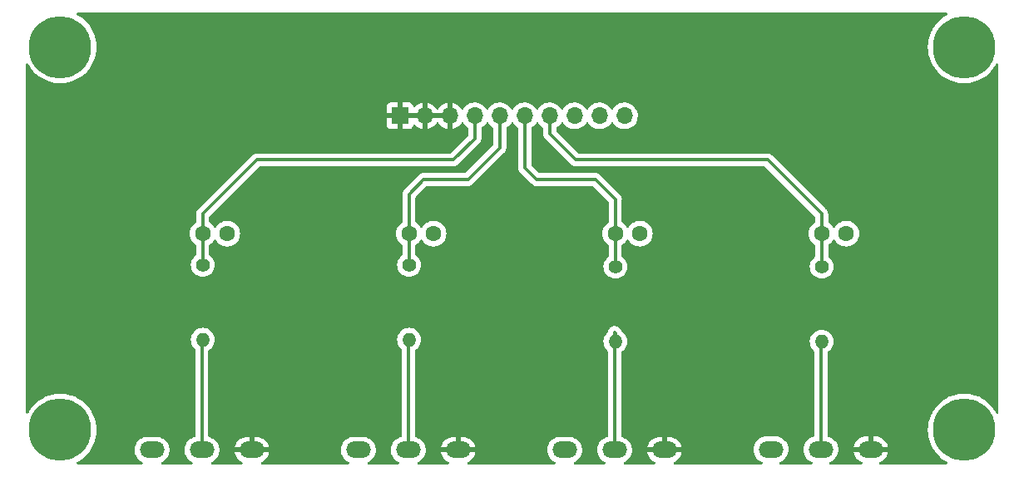
<source format=gtl>
%TF.GenerationSoftware,KiCad,Pcbnew,(6.0.1)*%
%TF.CreationDate,2022-10-03T06:37:34-04:00*%
%TF.ProjectId,MOD-CTL-POTS,4d4f442d-4354-44c2-9d50-4f54532e6b69,rev?*%
%TF.SameCoordinates,Original*%
%TF.FileFunction,Copper,L1,Top*%
%TF.FilePolarity,Positive*%
%FSLAX46Y46*%
G04 Gerber Fmt 4.6, Leading zero omitted, Abs format (unit mm)*
G04 Created by KiCad (PCBNEW (6.0.1)) date 2022-10-03 06:37:34*
%MOMM*%
%LPD*%
G01*
G04 APERTURE LIST*
%TA.AperFunction,ComponentPad*%
%ADD10C,6.350000*%
%TD*%
%TA.AperFunction,ComponentPad*%
%ADD11C,1.600000*%
%TD*%
%TA.AperFunction,ComponentPad*%
%ADD12C,1.400000*%
%TD*%
%TA.AperFunction,ComponentPad*%
%ADD13O,1.400000X1.400000*%
%TD*%
%TA.AperFunction,ComponentPad*%
%ADD14O,2.540000X1.651000*%
%TD*%
%TA.AperFunction,ComponentPad*%
%ADD15R,1.700000X1.700000*%
%TD*%
%TA.AperFunction,ComponentPad*%
%ADD16O,1.700000X1.700000*%
%TD*%
%TA.AperFunction,Conductor*%
%ADD17C,0.304800*%
%TD*%
G04 APERTURE END LIST*
D10*
%TO.P,MTG1,1*%
%TO.N,N/C*%
X94000000Y-83000000D03*
%TD*%
D11*
%TO.P,C4,1*%
%TO.N,/POT4*%
X171500000Y-63000000D03*
%TO.P,C4,2*%
%TO.N,GND*%
X174000000Y-63000000D03*
%TD*%
%TO.P,C3,1*%
%TO.N,/POT3*%
X150500000Y-63000000D03*
%TO.P,C3,2*%
%TO.N,GND*%
X153000000Y-63000000D03*
%TD*%
D12*
%TO.P,R2,1*%
%TO.N,/POT2*%
X129500000Y-66190000D03*
D13*
%TO.P,R2,2*%
%TO.N,Net-(R2-Pad2)*%
X129500000Y-73810000D03*
%TD*%
D14*
%TO.P,RV1,1,1*%
%TO.N,VCC*%
X113500002Y-85039987D03*
%TO.P,RV1,2,2*%
%TO.N,Net-(R1-Pad2)*%
X108420002Y-85039987D03*
%TO.P,RV1,3,3*%
%TO.N,GND*%
X103340002Y-85039987D03*
%TD*%
D10*
%TO.P,MTG3,1*%
%TO.N,N/C*%
X94000000Y-44000000D03*
%TD*%
D15*
%TO.P,J1,1,Pin_1*%
%TO.N,VCC*%
X128575000Y-51000000D03*
D16*
%TO.P,J1,2,Pin_2*%
X131115000Y-51000000D03*
%TO.P,J1,3,Pin_3*%
X133655000Y-51000000D03*
%TO.P,J1,4,Pin_4*%
%TO.N,/POT1*%
X136195000Y-51000000D03*
%TO.P,J1,5,Pin_5*%
%TO.N,/POT2*%
X138735000Y-51000000D03*
%TO.P,J1,6,Pin_6*%
%TO.N,/POT3*%
X141275000Y-51000000D03*
%TO.P,J1,7,Pin_7*%
%TO.N,/POT4*%
X143815000Y-51000000D03*
%TO.P,J1,8,Pin_8*%
%TO.N,GND*%
X146355000Y-51000000D03*
%TO.P,J1,9,Pin_9*%
X148895000Y-51000000D03*
%TO.P,J1,10,Pin_10*%
X151435000Y-51000000D03*
%TD*%
D14*
%TO.P,RV4,1,1*%
%TO.N,VCC*%
X176500003Y-85000008D03*
%TO.P,RV4,2,2*%
%TO.N,Net-(R4-Pad2)*%
X171420003Y-85000008D03*
%TO.P,RV4,3,3*%
%TO.N,GND*%
X166340003Y-85000008D03*
%TD*%
D11*
%TO.P,C1,1*%
%TO.N,/POT1*%
X108500000Y-63000000D03*
%TO.P,C1,2*%
%TO.N,GND*%
X111000000Y-63000000D03*
%TD*%
D14*
%TO.P,RV2,1,1*%
%TO.N,VCC*%
X134500010Y-85039987D03*
%TO.P,RV2,2,2*%
%TO.N,Net-(R2-Pad2)*%
X129420010Y-85039987D03*
%TO.P,RV2,3,3*%
%TO.N,GND*%
X124340010Y-85039987D03*
%TD*%
D12*
%TO.P,R4,1*%
%TO.N,/POT4*%
X171500000Y-66380000D03*
D13*
%TO.P,R4,2*%
%TO.N,Net-(R4-Pad2)*%
X171500000Y-74000000D03*
%TD*%
D14*
%TO.P,RV3,1,1*%
%TO.N,VCC*%
X155499994Y-85039987D03*
%TO.P,RV3,2,2*%
%TO.N,Net-(R3-Pad2)*%
X150419994Y-85039987D03*
%TO.P,RV3,3,3*%
%TO.N,GND*%
X145339994Y-85039987D03*
%TD*%
D12*
%TO.P,R3,1*%
%TO.N,/POT3*%
X150500000Y-66380000D03*
D13*
%TO.P,R3,2*%
%TO.N,Net-(R3-Pad2)*%
X150500000Y-74000000D03*
%TD*%
D11*
%TO.P,C2,1*%
%TO.N,/POT2*%
X129500000Y-63000000D03*
%TO.P,C2,2*%
%TO.N,GND*%
X132000000Y-63000000D03*
%TD*%
D10*
%TO.P,MTG2,1*%
%TO.N,N/C*%
X186000000Y-83000000D03*
%TD*%
%TO.P,MTG4,1*%
%TO.N,N/C*%
X186000000Y-44000000D03*
%TD*%
D12*
%TO.P,R1,1*%
%TO.N,/POT1*%
X108500000Y-66190000D03*
D13*
%TO.P,R1,2*%
%TO.N,Net-(R1-Pad2)*%
X108500000Y-73810000D03*
%TD*%
D17*
%TO.N,Net-(R1-Pad2)*%
X108420000Y-85040000D02*
X108420000Y-73890000D01*
%TO.N,Net-(R2-Pad2)*%
X129420000Y-85040000D02*
X129420000Y-73890000D01*
%TO.N,Net-(R3-Pad2)*%
X150420000Y-73080000D02*
X150500000Y-73160000D01*
X150500000Y-73160000D02*
X150500000Y-74000000D01*
X150420000Y-85040000D02*
X150420000Y-73080000D01*
%TO.N,Net-(R4-Pad2)*%
X171420000Y-85000000D02*
X171420000Y-74080000D01*
%TO.N,/POT1*%
X136195000Y-53305000D02*
X136195000Y-51000000D01*
X108500000Y-63000000D02*
X108500000Y-61000000D01*
X108500000Y-61000000D02*
X114000000Y-55500000D01*
X134000000Y-55500000D02*
X136195000Y-53305000D01*
X114000000Y-55500000D02*
X134000000Y-55500000D01*
X108500000Y-63000000D02*
X108500000Y-66190000D01*
%TO.N,/POT2*%
X131000000Y-57500000D02*
X135500000Y-57500000D01*
X129500000Y-59000000D02*
X131000000Y-57500000D01*
X138735000Y-54265000D02*
X138735000Y-51000000D01*
X135500000Y-57500000D02*
X138735000Y-54265000D01*
X129500000Y-63000000D02*
X129500000Y-66190000D01*
X129500000Y-63000000D02*
X129500000Y-59000000D01*
%TO.N,/POT3*%
X150500000Y-59500000D02*
X148500000Y-57500000D01*
X148500000Y-57500000D02*
X142500000Y-57500000D01*
X150500000Y-66380000D02*
X150500000Y-63000000D01*
X141275000Y-56275000D02*
X141275000Y-51000000D01*
X142500000Y-57500000D02*
X141275000Y-56275000D01*
X150500000Y-63000000D02*
X150500000Y-59500000D01*
%TO.N,/POT4*%
X143815000Y-52815000D02*
X146500000Y-55500000D01*
X146500000Y-55500000D02*
X166000000Y-55500000D01*
X166000000Y-55500000D02*
X171500000Y-61000000D01*
X143815000Y-51000000D02*
X143815000Y-52815000D01*
X171500000Y-63000000D02*
X171500000Y-66380000D01*
X171500000Y-61000000D02*
X171500000Y-63000000D01*
%TD*%
%TA.AperFunction,Conductor*%
%TO.N,VCC*%
G36*
X184283123Y-40528002D02*
G01*
X184329616Y-40581658D01*
X184339720Y-40651932D01*
X184310226Y-40716512D01*
X184272205Y-40746267D01*
X184155723Y-40805618D01*
X183831922Y-41015896D01*
X183531875Y-41258869D01*
X183258869Y-41531875D01*
X183015896Y-41831922D01*
X182805618Y-42155723D01*
X182804123Y-42158657D01*
X182804119Y-42158664D01*
X182746267Y-42272205D01*
X182630337Y-42499730D01*
X182491976Y-42860174D01*
X182392049Y-43233106D01*
X182331651Y-43614441D01*
X182311445Y-44000000D01*
X182331651Y-44385559D01*
X182392049Y-44766894D01*
X182491976Y-45139826D01*
X182630337Y-45500270D01*
X182631835Y-45503210D01*
X182804119Y-45841335D01*
X182805618Y-45844277D01*
X183015896Y-46168078D01*
X183258869Y-46468125D01*
X183531875Y-46741131D01*
X183831922Y-46984104D01*
X184155722Y-47194382D01*
X184158656Y-47195877D01*
X184158663Y-47195881D01*
X184496790Y-47368165D01*
X184499730Y-47369663D01*
X184860174Y-47508024D01*
X185233106Y-47607951D01*
X185435643Y-47640030D01*
X185611193Y-47667835D01*
X185611201Y-47667836D01*
X185614441Y-47668349D01*
X186000000Y-47688555D01*
X186385559Y-47668349D01*
X186388799Y-47667836D01*
X186388807Y-47667835D01*
X186564357Y-47640030D01*
X186766894Y-47607951D01*
X187139826Y-47508024D01*
X187500270Y-47369663D01*
X187503210Y-47368165D01*
X187841337Y-47195881D01*
X187841344Y-47195877D01*
X187844278Y-47194382D01*
X188168078Y-46984104D01*
X188468125Y-46741131D01*
X188741131Y-46468125D01*
X188984104Y-46168078D01*
X189194382Y-45844277D01*
X189253733Y-45727795D01*
X189302482Y-45676180D01*
X189371397Y-45659114D01*
X189438598Y-45682015D01*
X189482750Y-45737613D01*
X189492000Y-45784998D01*
X189492000Y-81215002D01*
X189471998Y-81283123D01*
X189418342Y-81329616D01*
X189348068Y-81339720D01*
X189283488Y-81310226D01*
X189253733Y-81272205D01*
X189195881Y-81158665D01*
X189194382Y-81155723D01*
X188984104Y-80831922D01*
X188741131Y-80531875D01*
X188468125Y-80258869D01*
X188168078Y-80015896D01*
X187844278Y-79805618D01*
X187841344Y-79804123D01*
X187841337Y-79804119D01*
X187503210Y-79631835D01*
X187500270Y-79630337D01*
X187139826Y-79491976D01*
X186766894Y-79392049D01*
X186564357Y-79359970D01*
X186388807Y-79332165D01*
X186388799Y-79332164D01*
X186385559Y-79331651D01*
X186000000Y-79311445D01*
X185614441Y-79331651D01*
X185611201Y-79332164D01*
X185611193Y-79332165D01*
X185435643Y-79359970D01*
X185233106Y-79392049D01*
X184860174Y-79491976D01*
X184499730Y-79630337D01*
X184496790Y-79631835D01*
X184158664Y-79804119D01*
X184158657Y-79804123D01*
X184155723Y-79805618D01*
X183831922Y-80015896D01*
X183531875Y-80258869D01*
X183258869Y-80531875D01*
X183015896Y-80831922D01*
X182805618Y-81155723D01*
X182804123Y-81158657D01*
X182804119Y-81158664D01*
X182746267Y-81272205D01*
X182630337Y-81499730D01*
X182491976Y-81860174D01*
X182392049Y-82233106D01*
X182331651Y-82614441D01*
X182311445Y-83000000D01*
X182331651Y-83385559D01*
X182392049Y-83766894D01*
X182491976Y-84139826D01*
X182493161Y-84142914D01*
X182493162Y-84142916D01*
X182507103Y-84179233D01*
X182630337Y-84500270D01*
X182631835Y-84503210D01*
X182804119Y-84841335D01*
X182805618Y-84844277D01*
X183015896Y-85168078D01*
X183258869Y-85468125D01*
X183531875Y-85741131D01*
X183831922Y-85984104D01*
X183834697Y-85985906D01*
X184105897Y-86162025D01*
X184155722Y-86194382D01*
X184158656Y-86195877D01*
X184158663Y-86195881D01*
X184272205Y-86253733D01*
X184323820Y-86302481D01*
X184340886Y-86371396D01*
X184317985Y-86438598D01*
X184262388Y-86482750D01*
X184215002Y-86492000D01*
X177468596Y-86492000D01*
X177400475Y-86471998D01*
X177353982Y-86418342D01*
X177343878Y-86348068D01*
X177373372Y-86283488D01*
X177415346Y-86251805D01*
X177608813Y-86161590D01*
X177618309Y-86156107D01*
X177800424Y-86028589D01*
X177808832Y-86021533D01*
X177966028Y-85864337D01*
X177973084Y-85855929D01*
X178100602Y-85673814D01*
X178106085Y-85664318D01*
X178200047Y-85462816D01*
X178203793Y-85452524D01*
X178252297Y-85271505D01*
X178251961Y-85257409D01*
X178244019Y-85254008D01*
X174761136Y-85254008D01*
X174747605Y-85257981D01*
X174746376Y-85266530D01*
X174796213Y-85452524D01*
X174799959Y-85462816D01*
X174893921Y-85664318D01*
X174899404Y-85673814D01*
X175026922Y-85855929D01*
X175033978Y-85864337D01*
X175191174Y-86021533D01*
X175199582Y-86028589D01*
X175381697Y-86156107D01*
X175391193Y-86161590D01*
X175584660Y-86251805D01*
X175637945Y-86298722D01*
X175657406Y-86367000D01*
X175636864Y-86434960D01*
X175582841Y-86481025D01*
X175531410Y-86492000D01*
X172389780Y-86492000D01*
X172321659Y-86471998D01*
X172275166Y-86418342D01*
X172265062Y-86348068D01*
X172294556Y-86283488D01*
X172336530Y-86251805D01*
X172529064Y-86162025D01*
X172529069Y-86162022D01*
X172534051Y-86159699D01*
X172663650Y-86068953D01*
X172720746Y-86028974D01*
X172720749Y-86028972D01*
X172725257Y-86025815D01*
X172890310Y-85860762D01*
X172996201Y-85709535D01*
X173021037Y-85674065D01*
X173021038Y-85674063D01*
X173024194Y-85669556D01*
X173026517Y-85664574D01*
X173026520Y-85664569D01*
X173120519Y-85462988D01*
X173120520Y-85462986D01*
X173122842Y-85458006D01*
X173166791Y-85293987D01*
X173181831Y-85237855D01*
X173181831Y-85237853D01*
X173183255Y-85232540D01*
X173203599Y-85000008D01*
X173183255Y-84767476D01*
X173176732Y-84743132D01*
X173172814Y-84728511D01*
X174747709Y-84728511D01*
X174748045Y-84742607D01*
X174755987Y-84746008D01*
X176227888Y-84746008D01*
X176243127Y-84741533D01*
X176244332Y-84740143D01*
X176246003Y-84732460D01*
X176246003Y-84727893D01*
X176754003Y-84727893D01*
X176758478Y-84743132D01*
X176759868Y-84744337D01*
X176767551Y-84746008D01*
X178238870Y-84746008D01*
X178252401Y-84742035D01*
X178253630Y-84733486D01*
X178203793Y-84547492D01*
X178200047Y-84537200D01*
X178106085Y-84335698D01*
X178100602Y-84326202D01*
X177973084Y-84144087D01*
X177966028Y-84135679D01*
X177808832Y-83978483D01*
X177800424Y-83971427D01*
X177618309Y-83843909D01*
X177608813Y-83838426D01*
X177407311Y-83744464D01*
X177397019Y-83740718D01*
X177182260Y-83683174D01*
X177171467Y-83681271D01*
X177005453Y-83666746D01*
X176999988Y-83666508D01*
X176772118Y-83666508D01*
X176756879Y-83670983D01*
X176755674Y-83672373D01*
X176754003Y-83680056D01*
X176754003Y-84727893D01*
X176246003Y-84727893D01*
X176246003Y-83684623D01*
X176241528Y-83669384D01*
X176240138Y-83668179D01*
X176232455Y-83666508D01*
X176000018Y-83666508D01*
X175994553Y-83666746D01*
X175828539Y-83681271D01*
X175817746Y-83683174D01*
X175602987Y-83740718D01*
X175592695Y-83744464D01*
X175391193Y-83838426D01*
X175381697Y-83843909D01*
X175199582Y-83971427D01*
X175191174Y-83978483D01*
X175033978Y-84135679D01*
X175026922Y-84144087D01*
X174899404Y-84326202D01*
X174893921Y-84335698D01*
X174799959Y-84537200D01*
X174796213Y-84547492D01*
X174747709Y-84728511D01*
X173172814Y-84728511D01*
X173124265Y-84547320D01*
X173124264Y-84547318D01*
X173122842Y-84542010D01*
X173101940Y-84497185D01*
X173026520Y-84335447D01*
X173026517Y-84335442D01*
X173024194Y-84330460D01*
X172921688Y-84184066D01*
X172893469Y-84143765D01*
X172893467Y-84143762D01*
X172890310Y-84139254D01*
X172725257Y-83974201D01*
X172720749Y-83971044D01*
X172720746Y-83971042D01*
X172538560Y-83843474D01*
X172538558Y-83843473D01*
X172534051Y-83840317D01*
X172529069Y-83837994D01*
X172529064Y-83837991D01*
X172327483Y-83743992D01*
X172327481Y-83743991D01*
X172322501Y-83741669D01*
X172317193Y-83740247D01*
X172317191Y-83740246D01*
X172174289Y-83701956D01*
X172113666Y-83665004D01*
X172082645Y-83601144D01*
X172080900Y-83580249D01*
X172080900Y-75134146D01*
X172100902Y-75066025D01*
X172134630Y-75030933D01*
X172275264Y-74932460D01*
X172279776Y-74929301D01*
X172429301Y-74779776D01*
X172550589Y-74606558D01*
X172556599Y-74593671D01*
X172637633Y-74419892D01*
X172637634Y-74419891D01*
X172639956Y-74414910D01*
X172689532Y-74229892D01*
X172693262Y-74215970D01*
X172693262Y-74215968D01*
X172694686Y-74210655D01*
X172713116Y-74000000D01*
X172694686Y-73789345D01*
X172643776Y-73599345D01*
X172641379Y-73590400D01*
X172641378Y-73590398D01*
X172639956Y-73585090D01*
X172550589Y-73393442D01*
X172429301Y-73220224D01*
X172279776Y-73070699D01*
X172106558Y-72949411D01*
X172101580Y-72947090D01*
X172101577Y-72947088D01*
X171919892Y-72862367D01*
X171919891Y-72862366D01*
X171914910Y-72860044D01*
X171909602Y-72858622D01*
X171909600Y-72858621D01*
X171715970Y-72806738D01*
X171715968Y-72806738D01*
X171710655Y-72805314D01*
X171500000Y-72786884D01*
X171289345Y-72805314D01*
X171284032Y-72806738D01*
X171284030Y-72806738D01*
X171090400Y-72858621D01*
X171090398Y-72858622D01*
X171085090Y-72860044D01*
X171080109Y-72862366D01*
X171080108Y-72862367D01*
X170898423Y-72947088D01*
X170898420Y-72947090D01*
X170893442Y-72949411D01*
X170720224Y-73070699D01*
X170570699Y-73220224D01*
X170449411Y-73393442D01*
X170360044Y-73585090D01*
X170358622Y-73590398D01*
X170358621Y-73590400D01*
X170356224Y-73599345D01*
X170305314Y-73789345D01*
X170286884Y-74000000D01*
X170305314Y-74210655D01*
X170306738Y-74215968D01*
X170306738Y-74215970D01*
X170310469Y-74229892D01*
X170360044Y-74414910D01*
X170362366Y-74419891D01*
X170362367Y-74419892D01*
X170443402Y-74593671D01*
X170449411Y-74606558D01*
X170570699Y-74779776D01*
X170720224Y-74929301D01*
X170718848Y-74930677D01*
X170753419Y-74982643D01*
X170759100Y-75020050D01*
X170759100Y-83580251D01*
X170739098Y-83648372D01*
X170685442Y-83694865D01*
X170665715Y-83701956D01*
X170570954Y-83727348D01*
X170522815Y-83740246D01*
X170522813Y-83740247D01*
X170517505Y-83741669D01*
X170512525Y-83743991D01*
X170512523Y-83743992D01*
X170310942Y-83837991D01*
X170310937Y-83837994D01*
X170305955Y-83840317D01*
X170301448Y-83843473D01*
X170301446Y-83843474D01*
X170119260Y-83971042D01*
X170119257Y-83971044D01*
X170114749Y-83974201D01*
X169949696Y-84139254D01*
X169946539Y-84143762D01*
X169946537Y-84143765D01*
X169918318Y-84184066D01*
X169815812Y-84330460D01*
X169813489Y-84335442D01*
X169813486Y-84335447D01*
X169738066Y-84497185D01*
X169717164Y-84542010D01*
X169715742Y-84547318D01*
X169715741Y-84547320D01*
X169663274Y-84743132D01*
X169656751Y-84767476D01*
X169636407Y-85000008D01*
X169656751Y-85232540D01*
X169658175Y-85237853D01*
X169658175Y-85237855D01*
X169673216Y-85293987D01*
X169717164Y-85458006D01*
X169719486Y-85462986D01*
X169719487Y-85462988D01*
X169813486Y-85664569D01*
X169813489Y-85664574D01*
X169815812Y-85669556D01*
X169818968Y-85674063D01*
X169818969Y-85674065D01*
X169843806Y-85709535D01*
X169949696Y-85860762D01*
X170114749Y-86025815D01*
X170119257Y-86028972D01*
X170119260Y-86028974D01*
X170176356Y-86068953D01*
X170305955Y-86159699D01*
X170310937Y-86162022D01*
X170310942Y-86162025D01*
X170503476Y-86251805D01*
X170556761Y-86298723D01*
X170576222Y-86367000D01*
X170555680Y-86434960D01*
X170501657Y-86481025D01*
X170450226Y-86492000D01*
X167309780Y-86492000D01*
X167241659Y-86471998D01*
X167195166Y-86418342D01*
X167185062Y-86348068D01*
X167214556Y-86283488D01*
X167256530Y-86251805D01*
X167449064Y-86162025D01*
X167449069Y-86162022D01*
X167454051Y-86159699D01*
X167583650Y-86068953D01*
X167640746Y-86028974D01*
X167640749Y-86028972D01*
X167645257Y-86025815D01*
X167810310Y-85860762D01*
X167916201Y-85709535D01*
X167941037Y-85674065D01*
X167941038Y-85674063D01*
X167944194Y-85669556D01*
X167946517Y-85664574D01*
X167946520Y-85664569D01*
X168040519Y-85462988D01*
X168040520Y-85462986D01*
X168042842Y-85458006D01*
X168086791Y-85293987D01*
X168101831Y-85237855D01*
X168101831Y-85237853D01*
X168103255Y-85232540D01*
X168123599Y-85000008D01*
X168103255Y-84767476D01*
X168096732Y-84743132D01*
X168044265Y-84547320D01*
X168044264Y-84547318D01*
X168042842Y-84542010D01*
X168021940Y-84497185D01*
X167946520Y-84335447D01*
X167946517Y-84335442D01*
X167944194Y-84330460D01*
X167841688Y-84184066D01*
X167813469Y-84143765D01*
X167813467Y-84143762D01*
X167810310Y-84139254D01*
X167645257Y-83974201D01*
X167640749Y-83971044D01*
X167640746Y-83971042D01*
X167458560Y-83843474D01*
X167458558Y-83843473D01*
X167454051Y-83840317D01*
X167449069Y-83837994D01*
X167449064Y-83837991D01*
X167247483Y-83743992D01*
X167247481Y-83743991D01*
X167242501Y-83741669D01*
X167237193Y-83740247D01*
X167237191Y-83740246D01*
X167022350Y-83682680D01*
X167022348Y-83682680D01*
X167017035Y-83681256D01*
X166915452Y-83672369D01*
X166845474Y-83666246D01*
X166845467Y-83666246D01*
X166842750Y-83666008D01*
X165837256Y-83666008D01*
X165834539Y-83666246D01*
X165834532Y-83666246D01*
X165764554Y-83672369D01*
X165662971Y-83681256D01*
X165657658Y-83682680D01*
X165657656Y-83682680D01*
X165442815Y-83740246D01*
X165442813Y-83740247D01*
X165437505Y-83741669D01*
X165432525Y-83743991D01*
X165432523Y-83743992D01*
X165230942Y-83837991D01*
X165230937Y-83837994D01*
X165225955Y-83840317D01*
X165221448Y-83843473D01*
X165221446Y-83843474D01*
X165039260Y-83971042D01*
X165039257Y-83971044D01*
X165034749Y-83974201D01*
X164869696Y-84139254D01*
X164866539Y-84143762D01*
X164866537Y-84143765D01*
X164838318Y-84184066D01*
X164735812Y-84330460D01*
X164733489Y-84335442D01*
X164733486Y-84335447D01*
X164658066Y-84497185D01*
X164637164Y-84542010D01*
X164635742Y-84547318D01*
X164635741Y-84547320D01*
X164583274Y-84743132D01*
X164576751Y-84767476D01*
X164556407Y-85000008D01*
X164576751Y-85232540D01*
X164578175Y-85237853D01*
X164578175Y-85237855D01*
X164593216Y-85293987D01*
X164637164Y-85458006D01*
X164639486Y-85462986D01*
X164639487Y-85462988D01*
X164733486Y-85664569D01*
X164733489Y-85664574D01*
X164735812Y-85669556D01*
X164738968Y-85674063D01*
X164738969Y-85674065D01*
X164763806Y-85709535D01*
X164869696Y-85860762D01*
X165034749Y-86025815D01*
X165039257Y-86028972D01*
X165039260Y-86028974D01*
X165096356Y-86068953D01*
X165225955Y-86159699D01*
X165230937Y-86162022D01*
X165230942Y-86162025D01*
X165423476Y-86251805D01*
X165476761Y-86298723D01*
X165496222Y-86367000D01*
X165475680Y-86434960D01*
X165421657Y-86481025D01*
X165370226Y-86492000D01*
X156554322Y-86492000D01*
X156486201Y-86471998D01*
X156439708Y-86418342D01*
X156429604Y-86348068D01*
X156459098Y-86283488D01*
X156501072Y-86251805D01*
X156608804Y-86201569D01*
X156618300Y-86196086D01*
X156800415Y-86068568D01*
X156808823Y-86061512D01*
X156966019Y-85904316D01*
X156973075Y-85895908D01*
X157100593Y-85713793D01*
X157106076Y-85704297D01*
X157200038Y-85502795D01*
X157203784Y-85492503D01*
X157252288Y-85311484D01*
X157251952Y-85297388D01*
X157244010Y-85293987D01*
X153761127Y-85293987D01*
X153747596Y-85297960D01*
X153746367Y-85306509D01*
X153796204Y-85492503D01*
X153799950Y-85502795D01*
X153893912Y-85704297D01*
X153899395Y-85713793D01*
X154026913Y-85895908D01*
X154033969Y-85904316D01*
X154191165Y-86061512D01*
X154199573Y-86068568D01*
X154381688Y-86196086D01*
X154391184Y-86201569D01*
X154498916Y-86251805D01*
X154552201Y-86298723D01*
X154571662Y-86367000D01*
X154551120Y-86434960D01*
X154497097Y-86481025D01*
X154445666Y-86492000D01*
X151475506Y-86492000D01*
X151407385Y-86471998D01*
X151360892Y-86418342D01*
X151350788Y-86348068D01*
X151380282Y-86283488D01*
X151422256Y-86251805D01*
X151529055Y-86202004D01*
X151529060Y-86202001D01*
X151534042Y-86199678D01*
X151539465Y-86195881D01*
X151720737Y-86068953D01*
X151720740Y-86068951D01*
X151725248Y-86065794D01*
X151890301Y-85900741D01*
X151915792Y-85864337D01*
X152021028Y-85714044D01*
X152021029Y-85714042D01*
X152024185Y-85709535D01*
X152026508Y-85704553D01*
X152026511Y-85704548D01*
X152120510Y-85502967D01*
X152120511Y-85502965D01*
X152122833Y-85497985D01*
X152132211Y-85462988D01*
X152181822Y-85277834D01*
X152181822Y-85277832D01*
X152183246Y-85272519D01*
X152203590Y-85039987D01*
X152183246Y-84807455D01*
X152176723Y-84783111D01*
X152172805Y-84768490D01*
X153747700Y-84768490D01*
X153748036Y-84782586D01*
X153755978Y-84785987D01*
X155227879Y-84785987D01*
X155243118Y-84781512D01*
X155244323Y-84780122D01*
X155245994Y-84772439D01*
X155245994Y-84767872D01*
X155753994Y-84767872D01*
X155758469Y-84783111D01*
X155759859Y-84784316D01*
X155767542Y-84785987D01*
X157238861Y-84785987D01*
X157252392Y-84782014D01*
X157253621Y-84773465D01*
X157203784Y-84587471D01*
X157200038Y-84577179D01*
X157106076Y-84375677D01*
X157100593Y-84366181D01*
X156973075Y-84184066D01*
X156966019Y-84175658D01*
X156808823Y-84018462D01*
X156800415Y-84011406D01*
X156618300Y-83883888D01*
X156608804Y-83878405D01*
X156407302Y-83784443D01*
X156397010Y-83780697D01*
X156182251Y-83723153D01*
X156171458Y-83721250D01*
X156005444Y-83706725D01*
X155999979Y-83706487D01*
X155772109Y-83706487D01*
X155756870Y-83710962D01*
X155755665Y-83712352D01*
X155753994Y-83720035D01*
X155753994Y-84767872D01*
X155245994Y-84767872D01*
X155245994Y-83724602D01*
X155241519Y-83709363D01*
X155240129Y-83708158D01*
X155232446Y-83706487D01*
X155000009Y-83706487D01*
X154994544Y-83706725D01*
X154828530Y-83721250D01*
X154817737Y-83723153D01*
X154602978Y-83780697D01*
X154592686Y-83784443D01*
X154391184Y-83878405D01*
X154381688Y-83883888D01*
X154199573Y-84011406D01*
X154191165Y-84018462D01*
X154033969Y-84175658D01*
X154026913Y-84184066D01*
X153899395Y-84366181D01*
X153893912Y-84375677D01*
X153799950Y-84577179D01*
X153796204Y-84587471D01*
X153747700Y-84768490D01*
X152172805Y-84768490D01*
X152124256Y-84587299D01*
X152124255Y-84587297D01*
X152122833Y-84581989D01*
X152106747Y-84547492D01*
X152026511Y-84375426D01*
X152026508Y-84375421D01*
X152024185Y-84370439D01*
X151999859Y-84335698D01*
X151893460Y-84183744D01*
X151893458Y-84183741D01*
X151890301Y-84179233D01*
X151725248Y-84014180D01*
X151720740Y-84011023D01*
X151720737Y-84011021D01*
X151538551Y-83883453D01*
X151538549Y-83883452D01*
X151534042Y-83880296D01*
X151529060Y-83877973D01*
X151529055Y-83877970D01*
X151327474Y-83783971D01*
X151327472Y-83783970D01*
X151322492Y-83781648D01*
X151317184Y-83780226D01*
X151317182Y-83780225D01*
X151174289Y-83741937D01*
X151113666Y-83704985D01*
X151082645Y-83641124D01*
X151080900Y-83620230D01*
X151080900Y-75134146D01*
X151100902Y-75066025D01*
X151134630Y-75030933D01*
X151275264Y-74932460D01*
X151279776Y-74929301D01*
X151429301Y-74779776D01*
X151550589Y-74606558D01*
X151556599Y-74593671D01*
X151637633Y-74419892D01*
X151637634Y-74419891D01*
X151639956Y-74414910D01*
X151689532Y-74229892D01*
X151693262Y-74215970D01*
X151693262Y-74215968D01*
X151694686Y-74210655D01*
X151713116Y-74000000D01*
X151694686Y-73789345D01*
X151643776Y-73599345D01*
X151641379Y-73590400D01*
X151641378Y-73590398D01*
X151639956Y-73585090D01*
X151550589Y-73393442D01*
X151429301Y-73220224D01*
X151279776Y-73070699D01*
X151168401Y-72992714D01*
X151125299Y-72940148D01*
X151113468Y-72913196D01*
X151110985Y-72907111D01*
X151092679Y-72858664D01*
X151092678Y-72858662D01*
X151089994Y-72851559D01*
X151085694Y-72845302D01*
X151082360Y-72838925D01*
X151079760Y-72834255D01*
X151076095Y-72828058D01*
X151073042Y-72821103D01*
X151064598Y-72810098D01*
X151036894Y-72773995D01*
X151033016Y-72768657D01*
X151003691Y-72725988D01*
X151003689Y-72725986D01*
X150999389Y-72719729D01*
X150992478Y-72713571D01*
X150956177Y-72681229D01*
X150950900Y-72676247D01*
X150938583Y-72663930D01*
X150923837Y-72646201D01*
X150923690Y-72645987D01*
X150923689Y-72645986D01*
X150919389Y-72639729D01*
X150893585Y-72616738D01*
X150876173Y-72601225D01*
X150870897Y-72596244D01*
X150858963Y-72584310D01*
X150855971Y-72581964D01*
X150855962Y-72581956D01*
X150847279Y-72575148D01*
X150841221Y-72570084D01*
X150799955Y-72533317D01*
X150791341Y-72528756D01*
X150772553Y-72516554D01*
X150770858Y-72515225D01*
X150770857Y-72515225D01*
X150764879Y-72510537D01*
X150714486Y-72487784D01*
X150707437Y-72484331D01*
X150658585Y-72458465D01*
X150651223Y-72456616D01*
X150651216Y-72456613D01*
X150649122Y-72456087D01*
X150627980Y-72448725D01*
X150626012Y-72447837D01*
X150626011Y-72447837D01*
X150619088Y-72444711D01*
X150611622Y-72443327D01*
X150611621Y-72443327D01*
X150564770Y-72434644D01*
X150557035Y-72432958D01*
X150524430Y-72424768D01*
X150503441Y-72419496D01*
X150495844Y-72419456D01*
X150495842Y-72419456D01*
X150494299Y-72419448D01*
X150493692Y-72419445D01*
X150471394Y-72417338D01*
X150461803Y-72415560D01*
X150454222Y-72415997D01*
X150454221Y-72415997D01*
X150406642Y-72418740D01*
X150398731Y-72418947D01*
X150372849Y-72418812D01*
X150343480Y-72418658D01*
X150336094Y-72420431D01*
X150336089Y-72420432D01*
X150333994Y-72420935D01*
X150311838Y-72424207D01*
X150311351Y-72424235D01*
X150302106Y-72424768D01*
X150272354Y-72433921D01*
X150249300Y-72441013D01*
X150241665Y-72443102D01*
X150222629Y-72447672D01*
X150187937Y-72456001D01*
X150181190Y-72459483D01*
X150181188Y-72459484D01*
X150179274Y-72460472D01*
X150158541Y-72468933D01*
X150149213Y-72471803D01*
X150142697Y-72475703D01*
X150142692Y-72475705D01*
X150101794Y-72500182D01*
X150094878Y-72504031D01*
X150052542Y-72525882D01*
X150052533Y-72525888D01*
X150045791Y-72529368D01*
X150038438Y-72535782D01*
X150020327Y-72548940D01*
X150011955Y-72553951D01*
X149972673Y-72592824D01*
X149966885Y-72598202D01*
X149963420Y-72601225D01*
X149925248Y-72634524D01*
X149920880Y-72640739D01*
X149920879Y-72640740D01*
X149919640Y-72642503D01*
X149905184Y-72659609D01*
X149898253Y-72666468D01*
X149869381Y-72713583D01*
X149865043Y-72720186D01*
X149837640Y-72759176D01*
X149837636Y-72759183D01*
X149833269Y-72765397D01*
X149830509Y-72772477D01*
X149830507Y-72772480D01*
X149829724Y-72774488D01*
X149819769Y-72794542D01*
X149818646Y-72796375D01*
X149814673Y-72802859D01*
X149808851Y-72821103D01*
X149797874Y-72855496D01*
X149795233Y-72862953D01*
X149775162Y-72914434D01*
X149774171Y-72921962D01*
X149774170Y-72921965D01*
X149773888Y-72924110D01*
X149769003Y-72945963D01*
X149766039Y-72955250D01*
X149765523Y-72962824D01*
X149765522Y-72962827D01*
X149764072Y-72984103D01*
X149739483Y-73050705D01*
X149721429Y-73069855D01*
X149720224Y-73070699D01*
X149570699Y-73220224D01*
X149449411Y-73393442D01*
X149360044Y-73585090D01*
X149358622Y-73590398D01*
X149358621Y-73590400D01*
X149356224Y-73599345D01*
X149305314Y-73789345D01*
X149286884Y-74000000D01*
X149305314Y-74210655D01*
X149306738Y-74215968D01*
X149306738Y-74215970D01*
X149310469Y-74229892D01*
X149360044Y-74414910D01*
X149362366Y-74419891D01*
X149362367Y-74419892D01*
X149443402Y-74593671D01*
X149449411Y-74606558D01*
X149570699Y-74779776D01*
X149720224Y-74929301D01*
X149718848Y-74930677D01*
X149753419Y-74982643D01*
X149759100Y-75020050D01*
X149759100Y-83620227D01*
X149739098Y-83688348D01*
X149685442Y-83734841D01*
X149665711Y-83741934D01*
X149522806Y-83780225D01*
X149522804Y-83780226D01*
X149517496Y-83781648D01*
X149512516Y-83783970D01*
X149512514Y-83783971D01*
X149310933Y-83877970D01*
X149310928Y-83877973D01*
X149305946Y-83880296D01*
X149301439Y-83883452D01*
X149301437Y-83883453D01*
X149119251Y-84011021D01*
X149119248Y-84011023D01*
X149114740Y-84014180D01*
X148949687Y-84179233D01*
X148946530Y-84183741D01*
X148946528Y-84183744D01*
X148840129Y-84335698D01*
X148815803Y-84370439D01*
X148813480Y-84375421D01*
X148813477Y-84375426D01*
X148733241Y-84547492D01*
X148717155Y-84581989D01*
X148715733Y-84587297D01*
X148715732Y-84587299D01*
X148663265Y-84783111D01*
X148656742Y-84807455D01*
X148636398Y-85039987D01*
X148656742Y-85272519D01*
X148658166Y-85277832D01*
X148658166Y-85277834D01*
X148707778Y-85462988D01*
X148717155Y-85497985D01*
X148719477Y-85502965D01*
X148719478Y-85502967D01*
X148813477Y-85704548D01*
X148813480Y-85704553D01*
X148815803Y-85709535D01*
X148818959Y-85714042D01*
X148818960Y-85714044D01*
X148924197Y-85864337D01*
X148949687Y-85900741D01*
X149114740Y-86065794D01*
X149119248Y-86068951D01*
X149119251Y-86068953D01*
X149300523Y-86195881D01*
X149305946Y-86199678D01*
X149310928Y-86202001D01*
X149310933Y-86202004D01*
X149417732Y-86251805D01*
X149471017Y-86298723D01*
X149490478Y-86367000D01*
X149469936Y-86434960D01*
X149415913Y-86481025D01*
X149364482Y-86492000D01*
X146395506Y-86492000D01*
X146327385Y-86471998D01*
X146280892Y-86418342D01*
X146270788Y-86348068D01*
X146300282Y-86283488D01*
X146342256Y-86251805D01*
X146449055Y-86202004D01*
X146449060Y-86202001D01*
X146454042Y-86199678D01*
X146459465Y-86195881D01*
X146640737Y-86068953D01*
X146640740Y-86068951D01*
X146645248Y-86065794D01*
X146810301Y-85900741D01*
X146835792Y-85864337D01*
X146941028Y-85714044D01*
X146941029Y-85714042D01*
X146944185Y-85709535D01*
X146946508Y-85704553D01*
X146946511Y-85704548D01*
X147040510Y-85502967D01*
X147040511Y-85502965D01*
X147042833Y-85497985D01*
X147052211Y-85462988D01*
X147101822Y-85277834D01*
X147101822Y-85277832D01*
X147103246Y-85272519D01*
X147123590Y-85039987D01*
X147103246Y-84807455D01*
X147096723Y-84783111D01*
X147044256Y-84587299D01*
X147044255Y-84587297D01*
X147042833Y-84581989D01*
X147026747Y-84547492D01*
X146946511Y-84375426D01*
X146946508Y-84375421D01*
X146944185Y-84370439D01*
X146919859Y-84335698D01*
X146813460Y-84183744D01*
X146813458Y-84183741D01*
X146810301Y-84179233D01*
X146645248Y-84014180D01*
X146640740Y-84011023D01*
X146640737Y-84011021D01*
X146458551Y-83883453D01*
X146458549Y-83883452D01*
X146454042Y-83880296D01*
X146449060Y-83877973D01*
X146449055Y-83877970D01*
X146247474Y-83783971D01*
X146247472Y-83783970D01*
X146242492Y-83781648D01*
X146237184Y-83780226D01*
X146237182Y-83780225D01*
X146022341Y-83722659D01*
X146022339Y-83722659D01*
X146017026Y-83721235D01*
X145915443Y-83712348D01*
X145845465Y-83706225D01*
X145845458Y-83706225D01*
X145842741Y-83705987D01*
X144837247Y-83705987D01*
X144834530Y-83706225D01*
X144834523Y-83706225D01*
X144764545Y-83712348D01*
X144662962Y-83721235D01*
X144657649Y-83722659D01*
X144657647Y-83722659D01*
X144442806Y-83780225D01*
X144442804Y-83780226D01*
X144437496Y-83781648D01*
X144432516Y-83783970D01*
X144432514Y-83783971D01*
X144230933Y-83877970D01*
X144230928Y-83877973D01*
X144225946Y-83880296D01*
X144221439Y-83883452D01*
X144221437Y-83883453D01*
X144039251Y-84011021D01*
X144039248Y-84011023D01*
X144034740Y-84014180D01*
X143869687Y-84179233D01*
X143866530Y-84183741D01*
X143866528Y-84183744D01*
X143760129Y-84335698D01*
X143735803Y-84370439D01*
X143733480Y-84375421D01*
X143733477Y-84375426D01*
X143653241Y-84547492D01*
X143637155Y-84581989D01*
X143635733Y-84587297D01*
X143635732Y-84587299D01*
X143583265Y-84783111D01*
X143576742Y-84807455D01*
X143556398Y-85039987D01*
X143576742Y-85272519D01*
X143578166Y-85277832D01*
X143578166Y-85277834D01*
X143627778Y-85462988D01*
X143637155Y-85497985D01*
X143639477Y-85502965D01*
X143639478Y-85502967D01*
X143733477Y-85704548D01*
X143733480Y-85704553D01*
X143735803Y-85709535D01*
X143738959Y-85714042D01*
X143738960Y-85714044D01*
X143844197Y-85864337D01*
X143869687Y-85900741D01*
X144034740Y-86065794D01*
X144039248Y-86068951D01*
X144039251Y-86068953D01*
X144220523Y-86195881D01*
X144225946Y-86199678D01*
X144230928Y-86202001D01*
X144230933Y-86202004D01*
X144337732Y-86251805D01*
X144391017Y-86298723D01*
X144410478Y-86367000D01*
X144389936Y-86434960D01*
X144335913Y-86481025D01*
X144284482Y-86492000D01*
X135554338Y-86492000D01*
X135486217Y-86471998D01*
X135439724Y-86418342D01*
X135429620Y-86348068D01*
X135459114Y-86283488D01*
X135501088Y-86251805D01*
X135608820Y-86201569D01*
X135618316Y-86196086D01*
X135800431Y-86068568D01*
X135808839Y-86061512D01*
X135966035Y-85904316D01*
X135973091Y-85895908D01*
X136100609Y-85713793D01*
X136106092Y-85704297D01*
X136200054Y-85502795D01*
X136203800Y-85492503D01*
X136252304Y-85311484D01*
X136251968Y-85297388D01*
X136244026Y-85293987D01*
X132761143Y-85293987D01*
X132747612Y-85297960D01*
X132746383Y-85306509D01*
X132796220Y-85492503D01*
X132799966Y-85502795D01*
X132893928Y-85704297D01*
X132899411Y-85713793D01*
X133026929Y-85895908D01*
X133033985Y-85904316D01*
X133191181Y-86061512D01*
X133199589Y-86068568D01*
X133381704Y-86196086D01*
X133391200Y-86201569D01*
X133498932Y-86251805D01*
X133552217Y-86298723D01*
X133571678Y-86367000D01*
X133551136Y-86434960D01*
X133497113Y-86481025D01*
X133445682Y-86492000D01*
X130475522Y-86492000D01*
X130407401Y-86471998D01*
X130360908Y-86418342D01*
X130350804Y-86348068D01*
X130380298Y-86283488D01*
X130422272Y-86251805D01*
X130529071Y-86202004D01*
X130529076Y-86202001D01*
X130534058Y-86199678D01*
X130539481Y-86195881D01*
X130720753Y-86068953D01*
X130720756Y-86068951D01*
X130725264Y-86065794D01*
X130890317Y-85900741D01*
X130915808Y-85864337D01*
X131021044Y-85714044D01*
X131021045Y-85714042D01*
X131024201Y-85709535D01*
X131026524Y-85704553D01*
X131026527Y-85704548D01*
X131120526Y-85502967D01*
X131120527Y-85502965D01*
X131122849Y-85497985D01*
X131132227Y-85462988D01*
X131181838Y-85277834D01*
X131181838Y-85277832D01*
X131183262Y-85272519D01*
X131203606Y-85039987D01*
X131183262Y-84807455D01*
X131176739Y-84783111D01*
X131172821Y-84768490D01*
X132747716Y-84768490D01*
X132748052Y-84782586D01*
X132755994Y-84785987D01*
X134227895Y-84785987D01*
X134243134Y-84781512D01*
X134244339Y-84780122D01*
X134246010Y-84772439D01*
X134246010Y-84767872D01*
X134754010Y-84767872D01*
X134758485Y-84783111D01*
X134759875Y-84784316D01*
X134767558Y-84785987D01*
X136238877Y-84785987D01*
X136252408Y-84782014D01*
X136253637Y-84773465D01*
X136203800Y-84587471D01*
X136200054Y-84577179D01*
X136106092Y-84375677D01*
X136100609Y-84366181D01*
X135973091Y-84184066D01*
X135966035Y-84175658D01*
X135808839Y-84018462D01*
X135800431Y-84011406D01*
X135618316Y-83883888D01*
X135608820Y-83878405D01*
X135407318Y-83784443D01*
X135397026Y-83780697D01*
X135182267Y-83723153D01*
X135171474Y-83721250D01*
X135005460Y-83706725D01*
X134999995Y-83706487D01*
X134772125Y-83706487D01*
X134756886Y-83710962D01*
X134755681Y-83712352D01*
X134754010Y-83720035D01*
X134754010Y-84767872D01*
X134246010Y-84767872D01*
X134246010Y-83724602D01*
X134241535Y-83709363D01*
X134240145Y-83708158D01*
X134232462Y-83706487D01*
X134000025Y-83706487D01*
X133994560Y-83706725D01*
X133828546Y-83721250D01*
X133817753Y-83723153D01*
X133602994Y-83780697D01*
X133592702Y-83784443D01*
X133391200Y-83878405D01*
X133381704Y-83883888D01*
X133199589Y-84011406D01*
X133191181Y-84018462D01*
X133033985Y-84175658D01*
X133026929Y-84184066D01*
X132899411Y-84366181D01*
X132893928Y-84375677D01*
X132799966Y-84577179D01*
X132796220Y-84587471D01*
X132747716Y-84768490D01*
X131172821Y-84768490D01*
X131124272Y-84587299D01*
X131124271Y-84587297D01*
X131122849Y-84581989D01*
X131106763Y-84547492D01*
X131026527Y-84375426D01*
X131026524Y-84375421D01*
X131024201Y-84370439D01*
X130999875Y-84335698D01*
X130893476Y-84183744D01*
X130893474Y-84183741D01*
X130890317Y-84179233D01*
X130725264Y-84014180D01*
X130720756Y-84011023D01*
X130720753Y-84011021D01*
X130538567Y-83883453D01*
X130538565Y-83883452D01*
X130534058Y-83880296D01*
X130529076Y-83877973D01*
X130529071Y-83877970D01*
X130327490Y-83783971D01*
X130327488Y-83783970D01*
X130322508Y-83781648D01*
X130317200Y-83780226D01*
X130317198Y-83780225D01*
X130174289Y-83741933D01*
X130113666Y-83704981D01*
X130082645Y-83641121D01*
X130080900Y-83620226D01*
X130080900Y-74944146D01*
X130100902Y-74876025D01*
X130134630Y-74840933D01*
X130275264Y-74742460D01*
X130279776Y-74739301D01*
X130429301Y-74589776D01*
X130550589Y-74416558D01*
X130639956Y-74224910D01*
X130642352Y-74215970D01*
X130693262Y-74025970D01*
X130693262Y-74025968D01*
X130694686Y-74020655D01*
X130713116Y-73810000D01*
X130694686Y-73599345D01*
X130692289Y-73590400D01*
X130641379Y-73400400D01*
X130641378Y-73400398D01*
X130639956Y-73395090D01*
X130558415Y-73220224D01*
X130552912Y-73208423D01*
X130552910Y-73208420D01*
X130550589Y-73203442D01*
X130429301Y-73030224D01*
X130279776Y-72880699D01*
X130106558Y-72759411D01*
X130101580Y-72757090D01*
X130101577Y-72757088D01*
X129919892Y-72672367D01*
X129919891Y-72672366D01*
X129914910Y-72670044D01*
X129909602Y-72668622D01*
X129909600Y-72668621D01*
X129715970Y-72616738D01*
X129715968Y-72616738D01*
X129710655Y-72615314D01*
X129500000Y-72596884D01*
X129289345Y-72615314D01*
X129284032Y-72616738D01*
X129284030Y-72616738D01*
X129090400Y-72668621D01*
X129090398Y-72668622D01*
X129085090Y-72670044D01*
X129080109Y-72672366D01*
X129080108Y-72672367D01*
X128898423Y-72757088D01*
X128898420Y-72757090D01*
X128893442Y-72759411D01*
X128720224Y-72880699D01*
X128570699Y-73030224D01*
X128449411Y-73203442D01*
X128447090Y-73208420D01*
X128447088Y-73208423D01*
X128441585Y-73220224D01*
X128360044Y-73395090D01*
X128358622Y-73400398D01*
X128358621Y-73400400D01*
X128307711Y-73590400D01*
X128305314Y-73599345D01*
X128286884Y-73810000D01*
X128305314Y-74020655D01*
X128306738Y-74025968D01*
X128306738Y-74025970D01*
X128357649Y-74215970D01*
X128360044Y-74224910D01*
X128449411Y-74416558D01*
X128570699Y-74589776D01*
X128720224Y-74739301D01*
X128718848Y-74740677D01*
X128753419Y-74792643D01*
X128759100Y-74830050D01*
X128759100Y-83620231D01*
X128739098Y-83688352D01*
X128685442Y-83734845D01*
X128665711Y-83741938D01*
X128522822Y-83780225D01*
X128522820Y-83780226D01*
X128517512Y-83781648D01*
X128512532Y-83783970D01*
X128512530Y-83783971D01*
X128310949Y-83877970D01*
X128310944Y-83877973D01*
X128305962Y-83880296D01*
X128301455Y-83883452D01*
X128301453Y-83883453D01*
X128119267Y-84011021D01*
X128119264Y-84011023D01*
X128114756Y-84014180D01*
X127949703Y-84179233D01*
X127946546Y-84183741D01*
X127946544Y-84183744D01*
X127840145Y-84335698D01*
X127815819Y-84370439D01*
X127813496Y-84375421D01*
X127813493Y-84375426D01*
X127733257Y-84547492D01*
X127717171Y-84581989D01*
X127715749Y-84587297D01*
X127715748Y-84587299D01*
X127663281Y-84783111D01*
X127656758Y-84807455D01*
X127636414Y-85039987D01*
X127656758Y-85272519D01*
X127658182Y-85277832D01*
X127658182Y-85277834D01*
X127707794Y-85462988D01*
X127717171Y-85497985D01*
X127719493Y-85502965D01*
X127719494Y-85502967D01*
X127813493Y-85704548D01*
X127813496Y-85704553D01*
X127815819Y-85709535D01*
X127818975Y-85714042D01*
X127818976Y-85714044D01*
X127924213Y-85864337D01*
X127949703Y-85900741D01*
X128114756Y-86065794D01*
X128119264Y-86068951D01*
X128119267Y-86068953D01*
X128300539Y-86195881D01*
X128305962Y-86199678D01*
X128310944Y-86202001D01*
X128310949Y-86202004D01*
X128417748Y-86251805D01*
X128471033Y-86298723D01*
X128490494Y-86367000D01*
X128469952Y-86434960D01*
X128415929Y-86481025D01*
X128364498Y-86492000D01*
X125395522Y-86492000D01*
X125327401Y-86471998D01*
X125280908Y-86418342D01*
X125270804Y-86348068D01*
X125300298Y-86283488D01*
X125342272Y-86251805D01*
X125449071Y-86202004D01*
X125449076Y-86202001D01*
X125454058Y-86199678D01*
X125459481Y-86195881D01*
X125640753Y-86068953D01*
X125640756Y-86068951D01*
X125645264Y-86065794D01*
X125810317Y-85900741D01*
X125835808Y-85864337D01*
X125941044Y-85714044D01*
X125941045Y-85714042D01*
X125944201Y-85709535D01*
X125946524Y-85704553D01*
X125946527Y-85704548D01*
X126040526Y-85502967D01*
X126040527Y-85502965D01*
X126042849Y-85497985D01*
X126052227Y-85462988D01*
X126101838Y-85277834D01*
X126101838Y-85277832D01*
X126103262Y-85272519D01*
X126123606Y-85039987D01*
X126103262Y-84807455D01*
X126096739Y-84783111D01*
X126044272Y-84587299D01*
X126044271Y-84587297D01*
X126042849Y-84581989D01*
X126026763Y-84547492D01*
X125946527Y-84375426D01*
X125946524Y-84375421D01*
X125944201Y-84370439D01*
X125919875Y-84335698D01*
X125813476Y-84183744D01*
X125813474Y-84183741D01*
X125810317Y-84179233D01*
X125645264Y-84014180D01*
X125640756Y-84011023D01*
X125640753Y-84011021D01*
X125458567Y-83883453D01*
X125458565Y-83883452D01*
X125454058Y-83880296D01*
X125449076Y-83877973D01*
X125449071Y-83877970D01*
X125247490Y-83783971D01*
X125247488Y-83783970D01*
X125242508Y-83781648D01*
X125237200Y-83780226D01*
X125237198Y-83780225D01*
X125022357Y-83722659D01*
X125022355Y-83722659D01*
X125017042Y-83721235D01*
X124915459Y-83712348D01*
X124845481Y-83706225D01*
X124845474Y-83706225D01*
X124842757Y-83705987D01*
X123837263Y-83705987D01*
X123834546Y-83706225D01*
X123834539Y-83706225D01*
X123764561Y-83712348D01*
X123662978Y-83721235D01*
X123657665Y-83722659D01*
X123657663Y-83722659D01*
X123442822Y-83780225D01*
X123442820Y-83780226D01*
X123437512Y-83781648D01*
X123432532Y-83783970D01*
X123432530Y-83783971D01*
X123230949Y-83877970D01*
X123230944Y-83877973D01*
X123225962Y-83880296D01*
X123221455Y-83883452D01*
X123221453Y-83883453D01*
X123039267Y-84011021D01*
X123039264Y-84011023D01*
X123034756Y-84014180D01*
X122869703Y-84179233D01*
X122866546Y-84183741D01*
X122866544Y-84183744D01*
X122760145Y-84335698D01*
X122735819Y-84370439D01*
X122733496Y-84375421D01*
X122733493Y-84375426D01*
X122653257Y-84547492D01*
X122637171Y-84581989D01*
X122635749Y-84587297D01*
X122635748Y-84587299D01*
X122583281Y-84783111D01*
X122576758Y-84807455D01*
X122556414Y-85039987D01*
X122576758Y-85272519D01*
X122578182Y-85277832D01*
X122578182Y-85277834D01*
X122627794Y-85462988D01*
X122637171Y-85497985D01*
X122639493Y-85502965D01*
X122639494Y-85502967D01*
X122733493Y-85704548D01*
X122733496Y-85704553D01*
X122735819Y-85709535D01*
X122738975Y-85714042D01*
X122738976Y-85714044D01*
X122844213Y-85864337D01*
X122869703Y-85900741D01*
X123034756Y-86065794D01*
X123039264Y-86068951D01*
X123039267Y-86068953D01*
X123220539Y-86195881D01*
X123225962Y-86199678D01*
X123230944Y-86202001D01*
X123230949Y-86202004D01*
X123337748Y-86251805D01*
X123391033Y-86298723D01*
X123410494Y-86367000D01*
X123389952Y-86434960D01*
X123335929Y-86481025D01*
X123284498Y-86492000D01*
X114554330Y-86492000D01*
X114486209Y-86471998D01*
X114439716Y-86418342D01*
X114429612Y-86348068D01*
X114459106Y-86283488D01*
X114501080Y-86251805D01*
X114608812Y-86201569D01*
X114618308Y-86196086D01*
X114800423Y-86068568D01*
X114808831Y-86061512D01*
X114966027Y-85904316D01*
X114973083Y-85895908D01*
X115100601Y-85713793D01*
X115106084Y-85704297D01*
X115200046Y-85502795D01*
X115203792Y-85492503D01*
X115252296Y-85311484D01*
X115251960Y-85297388D01*
X115244018Y-85293987D01*
X111761135Y-85293987D01*
X111747604Y-85297960D01*
X111746375Y-85306509D01*
X111796212Y-85492503D01*
X111799958Y-85502795D01*
X111893920Y-85704297D01*
X111899403Y-85713793D01*
X112026921Y-85895908D01*
X112033977Y-85904316D01*
X112191173Y-86061512D01*
X112199581Y-86068568D01*
X112381696Y-86196086D01*
X112391192Y-86201569D01*
X112498924Y-86251805D01*
X112552209Y-86298723D01*
X112571670Y-86367000D01*
X112551128Y-86434960D01*
X112497105Y-86481025D01*
X112445674Y-86492000D01*
X109475514Y-86492000D01*
X109407393Y-86471998D01*
X109360900Y-86418342D01*
X109350796Y-86348068D01*
X109380290Y-86283488D01*
X109422264Y-86251805D01*
X109529063Y-86202004D01*
X109529068Y-86202001D01*
X109534050Y-86199678D01*
X109539473Y-86195881D01*
X109720745Y-86068953D01*
X109720748Y-86068951D01*
X109725256Y-86065794D01*
X109890309Y-85900741D01*
X109915800Y-85864337D01*
X110021036Y-85714044D01*
X110021037Y-85714042D01*
X110024193Y-85709535D01*
X110026516Y-85704553D01*
X110026519Y-85704548D01*
X110120518Y-85502967D01*
X110120519Y-85502965D01*
X110122841Y-85497985D01*
X110132219Y-85462988D01*
X110181830Y-85277834D01*
X110181830Y-85277832D01*
X110183254Y-85272519D01*
X110203598Y-85039987D01*
X110183254Y-84807455D01*
X110176731Y-84783111D01*
X110172813Y-84768490D01*
X111747708Y-84768490D01*
X111748044Y-84782586D01*
X111755986Y-84785987D01*
X113227887Y-84785987D01*
X113243126Y-84781512D01*
X113244331Y-84780122D01*
X113246002Y-84772439D01*
X113246002Y-84767872D01*
X113754002Y-84767872D01*
X113758477Y-84783111D01*
X113759867Y-84784316D01*
X113767550Y-84785987D01*
X115238869Y-84785987D01*
X115252400Y-84782014D01*
X115253629Y-84773465D01*
X115203792Y-84587471D01*
X115200046Y-84577179D01*
X115106084Y-84375677D01*
X115100601Y-84366181D01*
X114973083Y-84184066D01*
X114966027Y-84175658D01*
X114808831Y-84018462D01*
X114800423Y-84011406D01*
X114618308Y-83883888D01*
X114608812Y-83878405D01*
X114407310Y-83784443D01*
X114397018Y-83780697D01*
X114182259Y-83723153D01*
X114171466Y-83721250D01*
X114005452Y-83706725D01*
X113999987Y-83706487D01*
X113772117Y-83706487D01*
X113756878Y-83710962D01*
X113755673Y-83712352D01*
X113754002Y-83720035D01*
X113754002Y-84767872D01*
X113246002Y-84767872D01*
X113246002Y-83724602D01*
X113241527Y-83709363D01*
X113240137Y-83708158D01*
X113232454Y-83706487D01*
X113000017Y-83706487D01*
X112994552Y-83706725D01*
X112828538Y-83721250D01*
X112817745Y-83723153D01*
X112602986Y-83780697D01*
X112592694Y-83784443D01*
X112391192Y-83878405D01*
X112381696Y-83883888D01*
X112199581Y-84011406D01*
X112191173Y-84018462D01*
X112033977Y-84175658D01*
X112026921Y-84184066D01*
X111899403Y-84366181D01*
X111893920Y-84375677D01*
X111799958Y-84577179D01*
X111796212Y-84587471D01*
X111747708Y-84768490D01*
X110172813Y-84768490D01*
X110124264Y-84587299D01*
X110124263Y-84587297D01*
X110122841Y-84581989D01*
X110106755Y-84547492D01*
X110026519Y-84375426D01*
X110026516Y-84375421D01*
X110024193Y-84370439D01*
X109999867Y-84335698D01*
X109893468Y-84183744D01*
X109893466Y-84183741D01*
X109890309Y-84179233D01*
X109725256Y-84014180D01*
X109720748Y-84011023D01*
X109720745Y-84011021D01*
X109538559Y-83883453D01*
X109538557Y-83883452D01*
X109534050Y-83880296D01*
X109529068Y-83877973D01*
X109529063Y-83877970D01*
X109327482Y-83783971D01*
X109327480Y-83783970D01*
X109322500Y-83781648D01*
X109317192Y-83780226D01*
X109317190Y-83780225D01*
X109174289Y-83741935D01*
X109113666Y-83704983D01*
X109082645Y-83641123D01*
X109080900Y-83620228D01*
X109080900Y-74944146D01*
X109100902Y-74876025D01*
X109134630Y-74840933D01*
X109275264Y-74742460D01*
X109279776Y-74739301D01*
X109429301Y-74589776D01*
X109550589Y-74416558D01*
X109639956Y-74224910D01*
X109642352Y-74215970D01*
X109693262Y-74025970D01*
X109693262Y-74025968D01*
X109694686Y-74020655D01*
X109713116Y-73810000D01*
X109694686Y-73599345D01*
X109692289Y-73590400D01*
X109641379Y-73400400D01*
X109641378Y-73400398D01*
X109639956Y-73395090D01*
X109558415Y-73220224D01*
X109552912Y-73208423D01*
X109552910Y-73208420D01*
X109550589Y-73203442D01*
X109429301Y-73030224D01*
X109279776Y-72880699D01*
X109106558Y-72759411D01*
X109101580Y-72757090D01*
X109101577Y-72757088D01*
X108919892Y-72672367D01*
X108919891Y-72672366D01*
X108914910Y-72670044D01*
X108909602Y-72668622D01*
X108909600Y-72668621D01*
X108715970Y-72616738D01*
X108715968Y-72616738D01*
X108710655Y-72615314D01*
X108500000Y-72596884D01*
X108289345Y-72615314D01*
X108284032Y-72616738D01*
X108284030Y-72616738D01*
X108090400Y-72668621D01*
X108090398Y-72668622D01*
X108085090Y-72670044D01*
X108080109Y-72672366D01*
X108080108Y-72672367D01*
X107898423Y-72757088D01*
X107898420Y-72757090D01*
X107893442Y-72759411D01*
X107720224Y-72880699D01*
X107570699Y-73030224D01*
X107449411Y-73203442D01*
X107447090Y-73208420D01*
X107447088Y-73208423D01*
X107441585Y-73220224D01*
X107360044Y-73395090D01*
X107358622Y-73400398D01*
X107358621Y-73400400D01*
X107307711Y-73590400D01*
X107305314Y-73599345D01*
X107286884Y-73810000D01*
X107305314Y-74020655D01*
X107306738Y-74025968D01*
X107306738Y-74025970D01*
X107357649Y-74215970D01*
X107360044Y-74224910D01*
X107449411Y-74416558D01*
X107570699Y-74589776D01*
X107720224Y-74739301D01*
X107718848Y-74740677D01*
X107753419Y-74792643D01*
X107759100Y-74830050D01*
X107759100Y-83620229D01*
X107739098Y-83688350D01*
X107685442Y-83734843D01*
X107665711Y-83741936D01*
X107522814Y-83780225D01*
X107522812Y-83780226D01*
X107517504Y-83781648D01*
X107512524Y-83783970D01*
X107512522Y-83783971D01*
X107310941Y-83877970D01*
X107310936Y-83877973D01*
X107305954Y-83880296D01*
X107301447Y-83883452D01*
X107301445Y-83883453D01*
X107119259Y-84011021D01*
X107119256Y-84011023D01*
X107114748Y-84014180D01*
X106949695Y-84179233D01*
X106946538Y-84183741D01*
X106946536Y-84183744D01*
X106840137Y-84335698D01*
X106815811Y-84370439D01*
X106813488Y-84375421D01*
X106813485Y-84375426D01*
X106733249Y-84547492D01*
X106717163Y-84581989D01*
X106715741Y-84587297D01*
X106715740Y-84587299D01*
X106663273Y-84783111D01*
X106656750Y-84807455D01*
X106636406Y-85039987D01*
X106656750Y-85272519D01*
X106658174Y-85277832D01*
X106658174Y-85277834D01*
X106707786Y-85462988D01*
X106717163Y-85497985D01*
X106719485Y-85502965D01*
X106719486Y-85502967D01*
X106813485Y-85704548D01*
X106813488Y-85704553D01*
X106815811Y-85709535D01*
X106818967Y-85714042D01*
X106818968Y-85714044D01*
X106924205Y-85864337D01*
X106949695Y-85900741D01*
X107114748Y-86065794D01*
X107119256Y-86068951D01*
X107119259Y-86068953D01*
X107300531Y-86195881D01*
X107305954Y-86199678D01*
X107310936Y-86202001D01*
X107310941Y-86202004D01*
X107417740Y-86251805D01*
X107471025Y-86298723D01*
X107490486Y-86367000D01*
X107469944Y-86434960D01*
X107415921Y-86481025D01*
X107364490Y-86492000D01*
X104395514Y-86492000D01*
X104327393Y-86471998D01*
X104280900Y-86418342D01*
X104270796Y-86348068D01*
X104300290Y-86283488D01*
X104342264Y-86251805D01*
X104449063Y-86202004D01*
X104449068Y-86202001D01*
X104454050Y-86199678D01*
X104459473Y-86195881D01*
X104640745Y-86068953D01*
X104640748Y-86068951D01*
X104645256Y-86065794D01*
X104810309Y-85900741D01*
X104835800Y-85864337D01*
X104941036Y-85714044D01*
X104941037Y-85714042D01*
X104944193Y-85709535D01*
X104946516Y-85704553D01*
X104946519Y-85704548D01*
X105040518Y-85502967D01*
X105040519Y-85502965D01*
X105042841Y-85497985D01*
X105052219Y-85462988D01*
X105101830Y-85277834D01*
X105101830Y-85277832D01*
X105103254Y-85272519D01*
X105123598Y-85039987D01*
X105103254Y-84807455D01*
X105096731Y-84783111D01*
X105044264Y-84587299D01*
X105044263Y-84587297D01*
X105042841Y-84581989D01*
X105026755Y-84547492D01*
X104946519Y-84375426D01*
X104946516Y-84375421D01*
X104944193Y-84370439D01*
X104919867Y-84335698D01*
X104813468Y-84183744D01*
X104813466Y-84183741D01*
X104810309Y-84179233D01*
X104645256Y-84014180D01*
X104640748Y-84011023D01*
X104640745Y-84011021D01*
X104458559Y-83883453D01*
X104458557Y-83883452D01*
X104454050Y-83880296D01*
X104449068Y-83877973D01*
X104449063Y-83877970D01*
X104247482Y-83783971D01*
X104247480Y-83783970D01*
X104242500Y-83781648D01*
X104237192Y-83780226D01*
X104237190Y-83780225D01*
X104022349Y-83722659D01*
X104022347Y-83722659D01*
X104017034Y-83721235D01*
X103915451Y-83712348D01*
X103845473Y-83706225D01*
X103845466Y-83706225D01*
X103842749Y-83705987D01*
X102837255Y-83705987D01*
X102834538Y-83706225D01*
X102834531Y-83706225D01*
X102764553Y-83712348D01*
X102662970Y-83721235D01*
X102657657Y-83722659D01*
X102657655Y-83722659D01*
X102442814Y-83780225D01*
X102442812Y-83780226D01*
X102437504Y-83781648D01*
X102432524Y-83783970D01*
X102432522Y-83783971D01*
X102230941Y-83877970D01*
X102230936Y-83877973D01*
X102225954Y-83880296D01*
X102221447Y-83883452D01*
X102221445Y-83883453D01*
X102039259Y-84011021D01*
X102039256Y-84011023D01*
X102034748Y-84014180D01*
X101869695Y-84179233D01*
X101866538Y-84183741D01*
X101866536Y-84183744D01*
X101760137Y-84335698D01*
X101735811Y-84370439D01*
X101733488Y-84375421D01*
X101733485Y-84375426D01*
X101653249Y-84547492D01*
X101637163Y-84581989D01*
X101635741Y-84587297D01*
X101635740Y-84587299D01*
X101583273Y-84783111D01*
X101576750Y-84807455D01*
X101556406Y-85039987D01*
X101576750Y-85272519D01*
X101578174Y-85277832D01*
X101578174Y-85277834D01*
X101627786Y-85462988D01*
X101637163Y-85497985D01*
X101639485Y-85502965D01*
X101639486Y-85502967D01*
X101733485Y-85704548D01*
X101733488Y-85704553D01*
X101735811Y-85709535D01*
X101738967Y-85714042D01*
X101738968Y-85714044D01*
X101844205Y-85864337D01*
X101869695Y-85900741D01*
X102034748Y-86065794D01*
X102039256Y-86068951D01*
X102039259Y-86068953D01*
X102220531Y-86195881D01*
X102225954Y-86199678D01*
X102230936Y-86202001D01*
X102230941Y-86202004D01*
X102337740Y-86251805D01*
X102391025Y-86298723D01*
X102410486Y-86367000D01*
X102389944Y-86434960D01*
X102335921Y-86481025D01*
X102284490Y-86492000D01*
X95784998Y-86492000D01*
X95716877Y-86471998D01*
X95670384Y-86418342D01*
X95660280Y-86348068D01*
X95689774Y-86283488D01*
X95727795Y-86253733D01*
X95841337Y-86195881D01*
X95841344Y-86195877D01*
X95844278Y-86194382D01*
X95894104Y-86162025D01*
X96165303Y-85985906D01*
X96168078Y-85984104D01*
X96468125Y-85741131D01*
X96741131Y-85468125D01*
X96984104Y-85168078D01*
X97194382Y-84844277D01*
X97195882Y-84841335D01*
X97368165Y-84503210D01*
X97369663Y-84500270D01*
X97492897Y-84179233D01*
X97506838Y-84142916D01*
X97506839Y-84142914D01*
X97508024Y-84139826D01*
X97607951Y-83766894D01*
X97668349Y-83385559D01*
X97688555Y-83000000D01*
X97668349Y-82614441D01*
X97607951Y-82233106D01*
X97508024Y-81860174D01*
X97369663Y-81499730D01*
X97253733Y-81272205D01*
X97195881Y-81158664D01*
X97195877Y-81158657D01*
X97194382Y-81155723D01*
X96984104Y-80831922D01*
X96741131Y-80531875D01*
X96468125Y-80258869D01*
X96168078Y-80015896D01*
X95844278Y-79805618D01*
X95841344Y-79804123D01*
X95841337Y-79804119D01*
X95503210Y-79631835D01*
X95500270Y-79630337D01*
X95139826Y-79491976D01*
X94766894Y-79392049D01*
X94564357Y-79359970D01*
X94388807Y-79332165D01*
X94388799Y-79332164D01*
X94385559Y-79331651D01*
X94000000Y-79311445D01*
X93614441Y-79331651D01*
X93611201Y-79332164D01*
X93611193Y-79332165D01*
X93435643Y-79359970D01*
X93233106Y-79392049D01*
X92860174Y-79491976D01*
X92499730Y-79630337D01*
X92496790Y-79631835D01*
X92158664Y-79804119D01*
X92158657Y-79804123D01*
X92155723Y-79805618D01*
X91831922Y-80015896D01*
X91531875Y-80258869D01*
X91258869Y-80531875D01*
X91015896Y-80831922D01*
X90805618Y-81155723D01*
X90804119Y-81158665D01*
X90746267Y-81272205D01*
X90697518Y-81323820D01*
X90628603Y-81340886D01*
X90561402Y-81317985D01*
X90517250Y-81262387D01*
X90508000Y-81215002D01*
X90508000Y-63000000D01*
X107186502Y-63000000D01*
X107206457Y-63228087D01*
X107265716Y-63449243D01*
X107268039Y-63454224D01*
X107268039Y-63454225D01*
X107360151Y-63651762D01*
X107360154Y-63651767D01*
X107362477Y-63656749D01*
X107493802Y-63844300D01*
X107655700Y-64006198D01*
X107660208Y-64009355D01*
X107660211Y-64009357D01*
X107785371Y-64096995D01*
X107829699Y-64152452D01*
X107839100Y-64200208D01*
X107839100Y-65111870D01*
X107819098Y-65179991D01*
X107785371Y-65215083D01*
X107720224Y-65260699D01*
X107570699Y-65410224D01*
X107449411Y-65583442D01*
X107447090Y-65588420D01*
X107447088Y-65588423D01*
X107441585Y-65600224D01*
X107360044Y-65775090D01*
X107358622Y-65780398D01*
X107358621Y-65780400D01*
X107307711Y-65970400D01*
X107305314Y-65979345D01*
X107286884Y-66190000D01*
X107305314Y-66400655D01*
X107306738Y-66405968D01*
X107306738Y-66405970D01*
X107357649Y-66595970D01*
X107360044Y-66604910D01*
X107449411Y-66796558D01*
X107570699Y-66969776D01*
X107720224Y-67119301D01*
X107893442Y-67240589D01*
X107898420Y-67242910D01*
X107898423Y-67242912D01*
X108080108Y-67327633D01*
X108085090Y-67329956D01*
X108090398Y-67331378D01*
X108090400Y-67331379D01*
X108284030Y-67383262D01*
X108284032Y-67383262D01*
X108289345Y-67384686D01*
X108500000Y-67403116D01*
X108710655Y-67384686D01*
X108715968Y-67383262D01*
X108715970Y-67383262D01*
X108909600Y-67331379D01*
X108909602Y-67331378D01*
X108914910Y-67329956D01*
X108919892Y-67327633D01*
X109101577Y-67242912D01*
X109101580Y-67242910D01*
X109106558Y-67240589D01*
X109279776Y-67119301D01*
X109429301Y-66969776D01*
X109550589Y-66796558D01*
X109639956Y-66604910D01*
X109642352Y-66595970D01*
X109693262Y-66405970D01*
X109693262Y-66405968D01*
X109694686Y-66400655D01*
X109713116Y-66190000D01*
X109694686Y-65979345D01*
X109692289Y-65970400D01*
X109641379Y-65780400D01*
X109641378Y-65780398D01*
X109639956Y-65775090D01*
X109558415Y-65600224D01*
X109552912Y-65588423D01*
X109552910Y-65588420D01*
X109550589Y-65583442D01*
X109429301Y-65410224D01*
X109279776Y-65260699D01*
X109214630Y-65215083D01*
X109170301Y-65159627D01*
X109160900Y-65111870D01*
X109160900Y-64200208D01*
X109180902Y-64132087D01*
X109214629Y-64096995D01*
X109339789Y-64009357D01*
X109339792Y-64009355D01*
X109344300Y-64006198D01*
X109506198Y-63844300D01*
X109637523Y-63656749D01*
X109639846Y-63651767D01*
X109640882Y-63649973D01*
X109692266Y-63600981D01*
X109761979Y-63587546D01*
X109827890Y-63613934D01*
X109859118Y-63649973D01*
X109860154Y-63651767D01*
X109862477Y-63656749D01*
X109993802Y-63844300D01*
X110155700Y-64006198D01*
X110160208Y-64009355D01*
X110160211Y-64009357D01*
X110238389Y-64064098D01*
X110343251Y-64137523D01*
X110348233Y-64139846D01*
X110348238Y-64139849D01*
X110477680Y-64200208D01*
X110550757Y-64234284D01*
X110556065Y-64235706D01*
X110556067Y-64235707D01*
X110766598Y-64292119D01*
X110766600Y-64292119D01*
X110771913Y-64293543D01*
X111000000Y-64313498D01*
X111228087Y-64293543D01*
X111233400Y-64292119D01*
X111233402Y-64292119D01*
X111443933Y-64235707D01*
X111443935Y-64235706D01*
X111449243Y-64234284D01*
X111522320Y-64200208D01*
X111651762Y-64139849D01*
X111651767Y-64139846D01*
X111656749Y-64137523D01*
X111761611Y-64064098D01*
X111839789Y-64009357D01*
X111839792Y-64009355D01*
X111844300Y-64006198D01*
X112006198Y-63844300D01*
X112137523Y-63656749D01*
X112139846Y-63651767D01*
X112139849Y-63651762D01*
X112231961Y-63454225D01*
X112231961Y-63454224D01*
X112234284Y-63449243D01*
X112293543Y-63228087D01*
X112313498Y-63000000D01*
X112293543Y-62771913D01*
X112234284Y-62550757D01*
X112140683Y-62350027D01*
X112139849Y-62348238D01*
X112139846Y-62348233D01*
X112137523Y-62343251D01*
X112006198Y-62155700D01*
X111844300Y-61993802D01*
X111839792Y-61990645D01*
X111839789Y-61990643D01*
X111664512Y-61867913D01*
X111656749Y-61862477D01*
X111651767Y-61860154D01*
X111651762Y-61860151D01*
X111454225Y-61768039D01*
X111454224Y-61768039D01*
X111449243Y-61765716D01*
X111443935Y-61764294D01*
X111443933Y-61764293D01*
X111233402Y-61707881D01*
X111233400Y-61707881D01*
X111228087Y-61706457D01*
X111000000Y-61686502D01*
X110771913Y-61706457D01*
X110766600Y-61707881D01*
X110766598Y-61707881D01*
X110556067Y-61764293D01*
X110556065Y-61764294D01*
X110550757Y-61765716D01*
X110545776Y-61768039D01*
X110545775Y-61768039D01*
X110348238Y-61860151D01*
X110348233Y-61860154D01*
X110343251Y-61862477D01*
X110335488Y-61867913D01*
X110160211Y-61990643D01*
X110160208Y-61990645D01*
X110155700Y-61993802D01*
X109993802Y-62155700D01*
X109862477Y-62343251D01*
X109860154Y-62348233D01*
X109859118Y-62350027D01*
X109807734Y-62399019D01*
X109738021Y-62412454D01*
X109672110Y-62386066D01*
X109640882Y-62350027D01*
X109639846Y-62348233D01*
X109637523Y-62343251D01*
X109506198Y-62155700D01*
X109344300Y-61993802D01*
X109339792Y-61990645D01*
X109339789Y-61990643D01*
X109214629Y-61903005D01*
X109170301Y-61847548D01*
X109160900Y-61799792D01*
X109160900Y-61325944D01*
X109180902Y-61257823D01*
X109197805Y-61236849D01*
X114236849Y-56197805D01*
X114299161Y-56163779D01*
X114325944Y-56160900D01*
X133972737Y-56160900D01*
X133981308Y-56161192D01*
X134034843Y-56164842D01*
X134042320Y-56163537D01*
X134042321Y-56163537D01*
X134067626Y-56159121D01*
X134093347Y-56154631D01*
X134099865Y-56153670D01*
X134118223Y-56151448D01*
X134151262Y-56147450D01*
X134151264Y-56147450D01*
X134158805Y-56146537D01*
X134165913Y-56143851D01*
X134172879Y-56142140D01*
X134178068Y-56140721D01*
X134184947Y-56138644D01*
X134192424Y-56137339D01*
X134246795Y-56113471D01*
X134252886Y-56110986D01*
X134260011Y-56108294D01*
X134270282Y-56104413D01*
X134301336Y-56092679D01*
X134301338Y-56092678D01*
X134308441Y-56089994D01*
X134314702Y-56085691D01*
X134321026Y-56082385D01*
X134325798Y-56079729D01*
X134331944Y-56076094D01*
X134338896Y-56073042D01*
X134372056Y-56047598D01*
X134386001Y-56036898D01*
X134391334Y-56033023D01*
X134391615Y-56032830D01*
X134440271Y-55999389D01*
X134478769Y-55956180D01*
X134483749Y-55950905D01*
X136643047Y-53791607D01*
X136649313Y-53785753D01*
X136684025Y-53755472D01*
X136689752Y-53750476D01*
X136723892Y-53701900D01*
X136727818Y-53696614D01*
X136759774Y-53655858D01*
X136764463Y-53649878D01*
X136767591Y-53642950D01*
X136771319Y-53636794D01*
X136773954Y-53632175D01*
X136777362Y-53625819D01*
X136781731Y-53619603D01*
X136803292Y-53564302D01*
X136805848Y-53558221D01*
X136808284Y-53552826D01*
X136830290Y-53504088D01*
X136831675Y-53496614D01*
X136833817Y-53489780D01*
X136835284Y-53484632D01*
X136837077Y-53477647D01*
X136839838Y-53470566D01*
X136847586Y-53411711D01*
X136848618Y-53405195D01*
X136858056Y-53354272D01*
X136858056Y-53354270D01*
X136859440Y-53346803D01*
X136856109Y-53289032D01*
X136855900Y-53281779D01*
X136855900Y-52262249D01*
X136875902Y-52194128D01*
X136908732Y-52159670D01*
X137074860Y-52041173D01*
X137233096Y-51883489D01*
X137363453Y-51702077D01*
X137364776Y-51703028D01*
X137411645Y-51659857D01*
X137481580Y-51647625D01*
X137547026Y-51675144D01*
X137574875Y-51706994D01*
X137634987Y-51805088D01*
X137781250Y-51973938D01*
X137953126Y-52116632D01*
X137957593Y-52119242D01*
X138011670Y-52150842D01*
X138060394Y-52202480D01*
X138074100Y-52259630D01*
X138074100Y-53939056D01*
X138054098Y-54007177D01*
X138037195Y-54028151D01*
X135263152Y-56802195D01*
X135200840Y-56836221D01*
X135174057Y-56839100D01*
X131027252Y-56839100D01*
X131018682Y-56838808D01*
X130972732Y-56835675D01*
X130972728Y-56835675D01*
X130965156Y-56835159D01*
X130957679Y-56836464D01*
X130957677Y-56836464D01*
X130921500Y-56842778D01*
X130906662Y-56845368D01*
X130900144Y-56846329D01*
X130887053Y-56847914D01*
X130848737Y-56852550D01*
X130848734Y-56852551D01*
X130841195Y-56853463D01*
X130834087Y-56856149D01*
X130827121Y-56857860D01*
X130821932Y-56859279D01*
X130815053Y-56861356D01*
X130807576Y-56862661D01*
X130800624Y-56865713D01*
X130800623Y-56865713D01*
X130753220Y-56886522D01*
X130747116Y-56889013D01*
X130740000Y-56891702D01*
X130698664Y-56907321D01*
X130698662Y-56907322D01*
X130691559Y-56910006D01*
X130685302Y-56914306D01*
X130678925Y-56917640D01*
X130674255Y-56920240D01*
X130668058Y-56923905D01*
X130661103Y-56926958D01*
X130655079Y-56931580D01*
X130655078Y-56931581D01*
X130613995Y-56963106D01*
X130608657Y-56966984D01*
X130565988Y-56996309D01*
X130565986Y-56996311D01*
X130559729Y-57000611D01*
X130554677Y-57006281D01*
X130554676Y-57006282D01*
X130521232Y-57043819D01*
X130516251Y-57049095D01*
X129051961Y-58513386D01*
X129045696Y-58519239D01*
X129005248Y-58554524D01*
X129000881Y-58560738D01*
X128971109Y-58603099D01*
X128967177Y-58608393D01*
X128930537Y-58655121D01*
X128927411Y-58662045D01*
X128923698Y-58668176D01*
X128921062Y-58672796D01*
X128917640Y-58679178D01*
X128913269Y-58685397D01*
X128910509Y-58692476D01*
X128891702Y-58740713D01*
X128889146Y-58746792D01*
X128864711Y-58800912D01*
X128863325Y-58808388D01*
X128861170Y-58815266D01*
X128859710Y-58820391D01*
X128857922Y-58827355D01*
X128855162Y-58834434D01*
X128854170Y-58841966D01*
X128854170Y-58841968D01*
X128847414Y-58893292D01*
X128846384Y-58899798D01*
X128835560Y-58958197D01*
X128835997Y-58965777D01*
X128835997Y-58965778D01*
X128838891Y-59015967D01*
X128839100Y-59023220D01*
X128839100Y-61799792D01*
X128819098Y-61867913D01*
X128785371Y-61903005D01*
X128660211Y-61990643D01*
X128660208Y-61990645D01*
X128655700Y-61993802D01*
X128493802Y-62155700D01*
X128362477Y-62343251D01*
X128360154Y-62348233D01*
X128360151Y-62348238D01*
X128359317Y-62350027D01*
X128265716Y-62550757D01*
X128206457Y-62771913D01*
X128186502Y-63000000D01*
X128206457Y-63228087D01*
X128265716Y-63449243D01*
X128268039Y-63454224D01*
X128268039Y-63454225D01*
X128360151Y-63651762D01*
X128360154Y-63651767D01*
X128362477Y-63656749D01*
X128493802Y-63844300D01*
X128655700Y-64006198D01*
X128660208Y-64009355D01*
X128660211Y-64009357D01*
X128785371Y-64096995D01*
X128829699Y-64152452D01*
X128839100Y-64200208D01*
X128839100Y-65111870D01*
X128819098Y-65179991D01*
X128785371Y-65215083D01*
X128720224Y-65260699D01*
X128570699Y-65410224D01*
X128449411Y-65583442D01*
X128447090Y-65588420D01*
X128447088Y-65588423D01*
X128441585Y-65600224D01*
X128360044Y-65775090D01*
X128358622Y-65780398D01*
X128358621Y-65780400D01*
X128307711Y-65970400D01*
X128305314Y-65979345D01*
X128286884Y-66190000D01*
X128305314Y-66400655D01*
X128306738Y-66405968D01*
X128306738Y-66405970D01*
X128357649Y-66595970D01*
X128360044Y-66604910D01*
X128449411Y-66796558D01*
X128570699Y-66969776D01*
X128720224Y-67119301D01*
X128893442Y-67240589D01*
X128898420Y-67242910D01*
X128898423Y-67242912D01*
X129080108Y-67327633D01*
X129085090Y-67329956D01*
X129090398Y-67331378D01*
X129090400Y-67331379D01*
X129284030Y-67383262D01*
X129284032Y-67383262D01*
X129289345Y-67384686D01*
X129500000Y-67403116D01*
X129710655Y-67384686D01*
X129715968Y-67383262D01*
X129715970Y-67383262D01*
X129909600Y-67331379D01*
X129909602Y-67331378D01*
X129914910Y-67329956D01*
X129919892Y-67327633D01*
X130101577Y-67242912D01*
X130101580Y-67242910D01*
X130106558Y-67240589D01*
X130279776Y-67119301D01*
X130429301Y-66969776D01*
X130550589Y-66796558D01*
X130639956Y-66604910D01*
X130642352Y-66595970D01*
X130693262Y-66405970D01*
X130693262Y-66405968D01*
X130694686Y-66400655D01*
X130713116Y-66190000D01*
X130694686Y-65979345D01*
X130692289Y-65970400D01*
X130641379Y-65780400D01*
X130641378Y-65780398D01*
X130639956Y-65775090D01*
X130558415Y-65600224D01*
X130552912Y-65588423D01*
X130552910Y-65588420D01*
X130550589Y-65583442D01*
X130429301Y-65410224D01*
X130279776Y-65260699D01*
X130214630Y-65215083D01*
X130170301Y-65159627D01*
X130160900Y-65111870D01*
X130160900Y-64200208D01*
X130180902Y-64132087D01*
X130214629Y-64096995D01*
X130339789Y-64009357D01*
X130339792Y-64009355D01*
X130344300Y-64006198D01*
X130506198Y-63844300D01*
X130637523Y-63656749D01*
X130639846Y-63651767D01*
X130640882Y-63649973D01*
X130692266Y-63600981D01*
X130761979Y-63587546D01*
X130827890Y-63613934D01*
X130859118Y-63649973D01*
X130860154Y-63651767D01*
X130862477Y-63656749D01*
X130993802Y-63844300D01*
X131155700Y-64006198D01*
X131160208Y-64009355D01*
X131160211Y-64009357D01*
X131238389Y-64064098D01*
X131343251Y-64137523D01*
X131348233Y-64139846D01*
X131348238Y-64139849D01*
X131477680Y-64200208D01*
X131550757Y-64234284D01*
X131556065Y-64235706D01*
X131556067Y-64235707D01*
X131766598Y-64292119D01*
X131766600Y-64292119D01*
X131771913Y-64293543D01*
X132000000Y-64313498D01*
X132228087Y-64293543D01*
X132233400Y-64292119D01*
X132233402Y-64292119D01*
X132443933Y-64235707D01*
X132443935Y-64235706D01*
X132449243Y-64234284D01*
X132522320Y-64200208D01*
X132651762Y-64139849D01*
X132651767Y-64139846D01*
X132656749Y-64137523D01*
X132761611Y-64064098D01*
X132839789Y-64009357D01*
X132839792Y-64009355D01*
X132844300Y-64006198D01*
X133006198Y-63844300D01*
X133137523Y-63656749D01*
X133139846Y-63651767D01*
X133139849Y-63651762D01*
X133231961Y-63454225D01*
X133231961Y-63454224D01*
X133234284Y-63449243D01*
X133293543Y-63228087D01*
X133313498Y-63000000D01*
X133293543Y-62771913D01*
X133234284Y-62550757D01*
X133140683Y-62350027D01*
X133139849Y-62348238D01*
X133139846Y-62348233D01*
X133137523Y-62343251D01*
X133006198Y-62155700D01*
X132844300Y-61993802D01*
X132839792Y-61990645D01*
X132839789Y-61990643D01*
X132664512Y-61867913D01*
X132656749Y-61862477D01*
X132651767Y-61860154D01*
X132651762Y-61860151D01*
X132454225Y-61768039D01*
X132454224Y-61768039D01*
X132449243Y-61765716D01*
X132443935Y-61764294D01*
X132443933Y-61764293D01*
X132233402Y-61707881D01*
X132233400Y-61707881D01*
X132228087Y-61706457D01*
X132000000Y-61686502D01*
X131771913Y-61706457D01*
X131766600Y-61707881D01*
X131766598Y-61707881D01*
X131556067Y-61764293D01*
X131556065Y-61764294D01*
X131550757Y-61765716D01*
X131545776Y-61768039D01*
X131545775Y-61768039D01*
X131348238Y-61860151D01*
X131348233Y-61860154D01*
X131343251Y-61862477D01*
X131335488Y-61867913D01*
X131160211Y-61990643D01*
X131160208Y-61990645D01*
X131155700Y-61993802D01*
X130993802Y-62155700D01*
X130862477Y-62343251D01*
X130860154Y-62348233D01*
X130859118Y-62350027D01*
X130807734Y-62399019D01*
X130738021Y-62412454D01*
X130672110Y-62386066D01*
X130640882Y-62350027D01*
X130639846Y-62348233D01*
X130637523Y-62343251D01*
X130506198Y-62155700D01*
X130344300Y-61993802D01*
X130339792Y-61990645D01*
X130339789Y-61990643D01*
X130214629Y-61903005D01*
X130170301Y-61847548D01*
X130160900Y-61799792D01*
X130160900Y-59325944D01*
X130180902Y-59257823D01*
X130197805Y-59236849D01*
X131236849Y-58197805D01*
X131299161Y-58163779D01*
X131325944Y-58160900D01*
X135472737Y-58160900D01*
X135481308Y-58161192D01*
X135534843Y-58164842D01*
X135542320Y-58163537D01*
X135542321Y-58163537D01*
X135567626Y-58159121D01*
X135593347Y-58154631D01*
X135599865Y-58153670D01*
X135618223Y-58151448D01*
X135651262Y-58147450D01*
X135651264Y-58147450D01*
X135658805Y-58146537D01*
X135665913Y-58143851D01*
X135672879Y-58142140D01*
X135678068Y-58140721D01*
X135684947Y-58138644D01*
X135692424Y-58137339D01*
X135746795Y-58113471D01*
X135752886Y-58110986D01*
X135753252Y-58110848D01*
X135770282Y-58104413D01*
X135801336Y-58092679D01*
X135801338Y-58092678D01*
X135808441Y-58089994D01*
X135814702Y-58085691D01*
X135821026Y-58082385D01*
X135825798Y-58079729D01*
X135831944Y-58076094D01*
X135838896Y-58073042D01*
X135886001Y-58036898D01*
X135891334Y-58033023D01*
X135940271Y-57999389D01*
X135978769Y-57956180D01*
X135983749Y-57950905D01*
X139183039Y-54751614D01*
X139189305Y-54745760D01*
X139224027Y-54715470D01*
X139229752Y-54710476D01*
X139263893Y-54661898D01*
X139267825Y-54656604D01*
X139299777Y-54615855D01*
X139304463Y-54609879D01*
X139307590Y-54602953D01*
X139311302Y-54596824D01*
X139313949Y-54592185D01*
X139317363Y-54585818D01*
X139321731Y-54579603D01*
X139343295Y-54524295D01*
X139345850Y-54518217D01*
X139367165Y-54471009D01*
X139370290Y-54464088D01*
X139371674Y-54456620D01*
X139373810Y-54449804D01*
X139375284Y-54444632D01*
X139377077Y-54437647D01*
X139379838Y-54430566D01*
X139387586Y-54371711D01*
X139388618Y-54365195D01*
X139398056Y-54314272D01*
X139398056Y-54314270D01*
X139399440Y-54306803D01*
X139396109Y-54249032D01*
X139395900Y-54241779D01*
X139395900Y-52262249D01*
X139415902Y-52194128D01*
X139448732Y-52159670D01*
X139614860Y-52041173D01*
X139773096Y-51883489D01*
X139903453Y-51702077D01*
X139904776Y-51703028D01*
X139951645Y-51659857D01*
X140021580Y-51647625D01*
X140087026Y-51675144D01*
X140114875Y-51706994D01*
X140174987Y-51805088D01*
X140321250Y-51973938D01*
X140493126Y-52116632D01*
X140497593Y-52119242D01*
X140551670Y-52150842D01*
X140600394Y-52202480D01*
X140614100Y-52259630D01*
X140614100Y-56247737D01*
X140613808Y-56256308D01*
X140610158Y-56309843D01*
X140611463Y-56317320D01*
X140611463Y-56317321D01*
X140620368Y-56368343D01*
X140621330Y-56374865D01*
X140628463Y-56433805D01*
X140631149Y-56440913D01*
X140632860Y-56447879D01*
X140634279Y-56453068D01*
X140636356Y-56459947D01*
X140637661Y-56467424D01*
X140661529Y-56521795D01*
X140664012Y-56527881D01*
X140685006Y-56583441D01*
X140689309Y-56589702D01*
X140692615Y-56596026D01*
X140695271Y-56600798D01*
X140698906Y-56606944D01*
X140701958Y-56613896D01*
X140706580Y-56619919D01*
X140738102Y-56661001D01*
X140741973Y-56666328D01*
X140775611Y-56715271D01*
X140781287Y-56720328D01*
X140818819Y-56753768D01*
X140824095Y-56758749D01*
X142013393Y-57948047D01*
X142019246Y-57954312D01*
X142054524Y-57994752D01*
X142103093Y-58028887D01*
X142108386Y-58032818D01*
X142111031Y-58034892D01*
X142155122Y-58069463D01*
X142162050Y-58072591D01*
X142168206Y-58076319D01*
X142172825Y-58078954D01*
X142179181Y-58082362D01*
X142185397Y-58086731D01*
X142192476Y-58089491D01*
X142240698Y-58108292D01*
X142246779Y-58110848D01*
X142300912Y-58135290D01*
X142308375Y-58136673D01*
X142315193Y-58138810D01*
X142320378Y-58140287D01*
X142327355Y-58142078D01*
X142334434Y-58144838D01*
X142341967Y-58145830D01*
X142341968Y-58145830D01*
X142354274Y-58147450D01*
X142393308Y-58152589D01*
X142399805Y-58153618D01*
X142458198Y-58164440D01*
X142465779Y-58164003D01*
X142465780Y-58164003D01*
X142515968Y-58161109D01*
X142523221Y-58160900D01*
X148174056Y-58160900D01*
X148242177Y-58180902D01*
X148263151Y-58197805D01*
X149802195Y-59736848D01*
X149836220Y-59799160D01*
X149839100Y-59825943D01*
X149839100Y-61799792D01*
X149819098Y-61867913D01*
X149785371Y-61903005D01*
X149660211Y-61990643D01*
X149660208Y-61990645D01*
X149655700Y-61993802D01*
X149493802Y-62155700D01*
X149362477Y-62343251D01*
X149360154Y-62348233D01*
X149360151Y-62348238D01*
X149359317Y-62350027D01*
X149265716Y-62550757D01*
X149206457Y-62771913D01*
X149186502Y-63000000D01*
X149206457Y-63228087D01*
X149265716Y-63449243D01*
X149268039Y-63454224D01*
X149268039Y-63454225D01*
X149360151Y-63651762D01*
X149360154Y-63651767D01*
X149362477Y-63656749D01*
X149493802Y-63844300D01*
X149655700Y-64006198D01*
X149660208Y-64009355D01*
X149660211Y-64009357D01*
X149785371Y-64096995D01*
X149829699Y-64152452D01*
X149839100Y-64200208D01*
X149839100Y-65301870D01*
X149819098Y-65369991D01*
X149785371Y-65405083D01*
X149720224Y-65450699D01*
X149570699Y-65600224D01*
X149449411Y-65773442D01*
X149360044Y-65965090D01*
X149358622Y-65970398D01*
X149358621Y-65970400D01*
X149356224Y-65979345D01*
X149305314Y-66169345D01*
X149286884Y-66380000D01*
X149305314Y-66590655D01*
X149306738Y-66595968D01*
X149306738Y-66595970D01*
X149310469Y-66609892D01*
X149360044Y-66794910D01*
X149362366Y-66799891D01*
X149362367Y-66799892D01*
X149443402Y-66973671D01*
X149449411Y-66986558D01*
X149570699Y-67159776D01*
X149720224Y-67309301D01*
X149893442Y-67430589D01*
X149898420Y-67432910D01*
X149898423Y-67432912D01*
X150080108Y-67517633D01*
X150085090Y-67519956D01*
X150090398Y-67521378D01*
X150090400Y-67521379D01*
X150284030Y-67573262D01*
X150284032Y-67573262D01*
X150289345Y-67574686D01*
X150500000Y-67593116D01*
X150710655Y-67574686D01*
X150715968Y-67573262D01*
X150715970Y-67573262D01*
X150909600Y-67521379D01*
X150909602Y-67521378D01*
X150914910Y-67519956D01*
X150919892Y-67517633D01*
X151101577Y-67432912D01*
X151101580Y-67432910D01*
X151106558Y-67430589D01*
X151279776Y-67309301D01*
X151429301Y-67159776D01*
X151550589Y-66986558D01*
X151556599Y-66973671D01*
X151637633Y-66799892D01*
X151637634Y-66799891D01*
X151639956Y-66794910D01*
X151689532Y-66609892D01*
X151693262Y-66595970D01*
X151693262Y-66595968D01*
X151694686Y-66590655D01*
X151713116Y-66380000D01*
X151694686Y-66169345D01*
X151643776Y-65979345D01*
X151641379Y-65970400D01*
X151641378Y-65970398D01*
X151639956Y-65965090D01*
X151550589Y-65773442D01*
X151429301Y-65600224D01*
X151279776Y-65450699D01*
X151214630Y-65405083D01*
X151170301Y-65349627D01*
X151160900Y-65301870D01*
X151160900Y-64200208D01*
X151180902Y-64132087D01*
X151214629Y-64096995D01*
X151339789Y-64009357D01*
X151339792Y-64009355D01*
X151344300Y-64006198D01*
X151506198Y-63844300D01*
X151637523Y-63656749D01*
X151639846Y-63651767D01*
X151640882Y-63649973D01*
X151692266Y-63600981D01*
X151761979Y-63587546D01*
X151827890Y-63613934D01*
X151859118Y-63649973D01*
X151860154Y-63651767D01*
X151862477Y-63656749D01*
X151993802Y-63844300D01*
X152155700Y-64006198D01*
X152160208Y-64009355D01*
X152160211Y-64009357D01*
X152238389Y-64064098D01*
X152343251Y-64137523D01*
X152348233Y-64139846D01*
X152348238Y-64139849D01*
X152477680Y-64200208D01*
X152550757Y-64234284D01*
X152556065Y-64235706D01*
X152556067Y-64235707D01*
X152766598Y-64292119D01*
X152766600Y-64292119D01*
X152771913Y-64293543D01*
X153000000Y-64313498D01*
X153228087Y-64293543D01*
X153233400Y-64292119D01*
X153233402Y-64292119D01*
X153443933Y-64235707D01*
X153443935Y-64235706D01*
X153449243Y-64234284D01*
X153522320Y-64200208D01*
X153651762Y-64139849D01*
X153651767Y-64139846D01*
X153656749Y-64137523D01*
X153761611Y-64064098D01*
X153839789Y-64009357D01*
X153839792Y-64009355D01*
X153844300Y-64006198D01*
X154006198Y-63844300D01*
X154137523Y-63656749D01*
X154139846Y-63651767D01*
X154139849Y-63651762D01*
X154231961Y-63454225D01*
X154231961Y-63454224D01*
X154234284Y-63449243D01*
X154293543Y-63228087D01*
X154313498Y-63000000D01*
X154293543Y-62771913D01*
X154234284Y-62550757D01*
X154140683Y-62350027D01*
X154139849Y-62348238D01*
X154139846Y-62348233D01*
X154137523Y-62343251D01*
X154006198Y-62155700D01*
X153844300Y-61993802D01*
X153839792Y-61990645D01*
X153839789Y-61990643D01*
X153664512Y-61867913D01*
X153656749Y-61862477D01*
X153651767Y-61860154D01*
X153651762Y-61860151D01*
X153454225Y-61768039D01*
X153454224Y-61768039D01*
X153449243Y-61765716D01*
X153443935Y-61764294D01*
X153443933Y-61764293D01*
X153233402Y-61707881D01*
X153233400Y-61707881D01*
X153228087Y-61706457D01*
X153000000Y-61686502D01*
X152771913Y-61706457D01*
X152766600Y-61707881D01*
X152766598Y-61707881D01*
X152556067Y-61764293D01*
X152556065Y-61764294D01*
X152550757Y-61765716D01*
X152545776Y-61768039D01*
X152545775Y-61768039D01*
X152348238Y-61860151D01*
X152348233Y-61860154D01*
X152343251Y-61862477D01*
X152335488Y-61867913D01*
X152160211Y-61990643D01*
X152160208Y-61990645D01*
X152155700Y-61993802D01*
X151993802Y-62155700D01*
X151862477Y-62343251D01*
X151860154Y-62348233D01*
X151859118Y-62350027D01*
X151807734Y-62399019D01*
X151738021Y-62412454D01*
X151672110Y-62386066D01*
X151640882Y-62350027D01*
X151639846Y-62348233D01*
X151637523Y-62343251D01*
X151506198Y-62155700D01*
X151344300Y-61993802D01*
X151339792Y-61990645D01*
X151339789Y-61990643D01*
X151214629Y-61903005D01*
X151170301Y-61847548D01*
X151160900Y-61799792D01*
X151160900Y-59527263D01*
X151161192Y-59518692D01*
X151164325Y-59472733D01*
X151164842Y-59465157D01*
X151154631Y-59406653D01*
X151153669Y-59400131D01*
X151147450Y-59348738D01*
X151147450Y-59348736D01*
X151146537Y-59341195D01*
X151143851Y-59334087D01*
X151142140Y-59327121D01*
X151140721Y-59321932D01*
X151138644Y-59315053D01*
X151137339Y-59307576D01*
X151113476Y-59253215D01*
X151110985Y-59247111D01*
X151107108Y-59236849D01*
X151089994Y-59191559D01*
X151085694Y-59185302D01*
X151082360Y-59178925D01*
X151079760Y-59174255D01*
X151076095Y-59168058D01*
X151073042Y-59161103D01*
X151036894Y-59113995D01*
X151033016Y-59108657D01*
X151003691Y-59065988D01*
X151003689Y-59065986D01*
X150999389Y-59059729D01*
X150956180Y-59021231D01*
X150950905Y-59016251D01*
X148986614Y-57051961D01*
X148980760Y-57045695D01*
X148945476Y-57005248D01*
X148896898Y-56971107D01*
X148891604Y-56967175D01*
X148891361Y-56966984D01*
X148844879Y-56930537D01*
X148837955Y-56927411D01*
X148831824Y-56923698D01*
X148827204Y-56921062D01*
X148820822Y-56917640D01*
X148814603Y-56913269D01*
X148759286Y-56891701D01*
X148753207Y-56889146D01*
X148747395Y-56886522D01*
X148699088Y-56864711D01*
X148691612Y-56863325D01*
X148684734Y-56861170D01*
X148679609Y-56859710D01*
X148672645Y-56857922D01*
X148665566Y-56855162D01*
X148658034Y-56854170D01*
X148658032Y-56854170D01*
X148632804Y-56850849D01*
X148606700Y-56847413D01*
X148600202Y-56846384D01*
X148541803Y-56835560D01*
X148534223Y-56835997D01*
X148534222Y-56835997D01*
X148484033Y-56838891D01*
X148476780Y-56839100D01*
X142825943Y-56839100D01*
X142757822Y-56819098D01*
X142736848Y-56802195D01*
X141972805Y-56038152D01*
X141938779Y-55975840D01*
X141935900Y-55949057D01*
X141935900Y-52262249D01*
X141955902Y-52194128D01*
X141988732Y-52159670D01*
X142154860Y-52041173D01*
X142313096Y-51883489D01*
X142443453Y-51702077D01*
X142444776Y-51703028D01*
X142491645Y-51659857D01*
X142561580Y-51647625D01*
X142627026Y-51675144D01*
X142654875Y-51706994D01*
X142714987Y-51805088D01*
X142861250Y-51973938D01*
X143033126Y-52116632D01*
X143037593Y-52119242D01*
X143091670Y-52150842D01*
X143140394Y-52202480D01*
X143154100Y-52259630D01*
X143154100Y-52787737D01*
X143153808Y-52796308D01*
X143150158Y-52849843D01*
X143151463Y-52857320D01*
X143151463Y-52857321D01*
X143160368Y-52908343D01*
X143161330Y-52914865D01*
X143168463Y-52973805D01*
X143171149Y-52980913D01*
X143172860Y-52987879D01*
X143174279Y-52993068D01*
X143176356Y-52999947D01*
X143177661Y-53007424D01*
X143201529Y-53061795D01*
X143204012Y-53067881D01*
X143225006Y-53123441D01*
X143229309Y-53129702D01*
X143232615Y-53136026D01*
X143235271Y-53140798D01*
X143238906Y-53146944D01*
X143241958Y-53153896D01*
X143246580Y-53159919D01*
X143278102Y-53201001D01*
X143281973Y-53206328D01*
X143315611Y-53255271D01*
X143321287Y-53260328D01*
X143358819Y-53293768D01*
X143364095Y-53298749D01*
X146013393Y-55948047D01*
X146019246Y-55954312D01*
X146054524Y-55994752D01*
X146060735Y-55999117D01*
X146060738Y-55999120D01*
X146103107Y-56028897D01*
X146108402Y-56032830D01*
X146155121Y-56069462D01*
X146162046Y-56072589D01*
X146168223Y-56076330D01*
X146172802Y-56078942D01*
X146179180Y-56082362D01*
X146185397Y-56086731D01*
X146240711Y-56108297D01*
X146246780Y-56110847D01*
X146300912Y-56135289D01*
X146308384Y-56136674D01*
X146315255Y-56138827D01*
X146320391Y-56140290D01*
X146327355Y-56142078D01*
X146334434Y-56144838D01*
X146341966Y-56145830D01*
X146341968Y-56145830D01*
X146367196Y-56149151D01*
X146393300Y-56152587D01*
X146399798Y-56153616D01*
X146458197Y-56164440D01*
X146465777Y-56164003D01*
X146465778Y-56164003D01*
X146515967Y-56161109D01*
X146523220Y-56160900D01*
X165674056Y-56160900D01*
X165742177Y-56180902D01*
X165763151Y-56197805D01*
X170802195Y-61236849D01*
X170836221Y-61299161D01*
X170839100Y-61325944D01*
X170839100Y-61799792D01*
X170819098Y-61867913D01*
X170785371Y-61903005D01*
X170660211Y-61990643D01*
X170660208Y-61990645D01*
X170655700Y-61993802D01*
X170493802Y-62155700D01*
X170362477Y-62343251D01*
X170360154Y-62348233D01*
X170360151Y-62348238D01*
X170359317Y-62350027D01*
X170265716Y-62550757D01*
X170206457Y-62771913D01*
X170186502Y-63000000D01*
X170206457Y-63228087D01*
X170265716Y-63449243D01*
X170268039Y-63454224D01*
X170268039Y-63454225D01*
X170360151Y-63651762D01*
X170360154Y-63651767D01*
X170362477Y-63656749D01*
X170493802Y-63844300D01*
X170655700Y-64006198D01*
X170660208Y-64009355D01*
X170660211Y-64009357D01*
X170785371Y-64096995D01*
X170829699Y-64152452D01*
X170839100Y-64200208D01*
X170839100Y-65301870D01*
X170819098Y-65369991D01*
X170785371Y-65405083D01*
X170720224Y-65450699D01*
X170570699Y-65600224D01*
X170449411Y-65773442D01*
X170360044Y-65965090D01*
X170358622Y-65970398D01*
X170358621Y-65970400D01*
X170356224Y-65979345D01*
X170305314Y-66169345D01*
X170286884Y-66380000D01*
X170305314Y-66590655D01*
X170306738Y-66595968D01*
X170306738Y-66595970D01*
X170310469Y-66609892D01*
X170360044Y-66794910D01*
X170362366Y-66799891D01*
X170362367Y-66799892D01*
X170443402Y-66973671D01*
X170449411Y-66986558D01*
X170570699Y-67159776D01*
X170720224Y-67309301D01*
X170893442Y-67430589D01*
X170898420Y-67432910D01*
X170898423Y-67432912D01*
X171080108Y-67517633D01*
X171085090Y-67519956D01*
X171090398Y-67521378D01*
X171090400Y-67521379D01*
X171284030Y-67573262D01*
X171284032Y-67573262D01*
X171289345Y-67574686D01*
X171500000Y-67593116D01*
X171710655Y-67574686D01*
X171715968Y-67573262D01*
X171715970Y-67573262D01*
X171909600Y-67521379D01*
X171909602Y-67521378D01*
X171914910Y-67519956D01*
X171919892Y-67517633D01*
X172101577Y-67432912D01*
X172101580Y-67432910D01*
X172106558Y-67430589D01*
X172279776Y-67309301D01*
X172429301Y-67159776D01*
X172550589Y-66986558D01*
X172556599Y-66973671D01*
X172637633Y-66799892D01*
X172637634Y-66799891D01*
X172639956Y-66794910D01*
X172689532Y-66609892D01*
X172693262Y-66595970D01*
X172693262Y-66595968D01*
X172694686Y-66590655D01*
X172713116Y-66380000D01*
X172694686Y-66169345D01*
X172643776Y-65979345D01*
X172641379Y-65970400D01*
X172641378Y-65970398D01*
X172639956Y-65965090D01*
X172550589Y-65773442D01*
X172429301Y-65600224D01*
X172279776Y-65450699D01*
X172214630Y-65405083D01*
X172170301Y-65349627D01*
X172160900Y-65301870D01*
X172160900Y-64200208D01*
X172180902Y-64132087D01*
X172214629Y-64096995D01*
X172339789Y-64009357D01*
X172339792Y-64009355D01*
X172344300Y-64006198D01*
X172506198Y-63844300D01*
X172637523Y-63656749D01*
X172639846Y-63651767D01*
X172640882Y-63649973D01*
X172692266Y-63600981D01*
X172761979Y-63587546D01*
X172827890Y-63613934D01*
X172859118Y-63649973D01*
X172860154Y-63651767D01*
X172862477Y-63656749D01*
X172993802Y-63844300D01*
X173155700Y-64006198D01*
X173160208Y-64009355D01*
X173160211Y-64009357D01*
X173238389Y-64064098D01*
X173343251Y-64137523D01*
X173348233Y-64139846D01*
X173348238Y-64139849D01*
X173477680Y-64200208D01*
X173550757Y-64234284D01*
X173556065Y-64235706D01*
X173556067Y-64235707D01*
X173766598Y-64292119D01*
X173766600Y-64292119D01*
X173771913Y-64293543D01*
X174000000Y-64313498D01*
X174228087Y-64293543D01*
X174233400Y-64292119D01*
X174233402Y-64292119D01*
X174443933Y-64235707D01*
X174443935Y-64235706D01*
X174449243Y-64234284D01*
X174522320Y-64200208D01*
X174651762Y-64139849D01*
X174651767Y-64139846D01*
X174656749Y-64137523D01*
X174761611Y-64064098D01*
X174839789Y-64009357D01*
X174839792Y-64009355D01*
X174844300Y-64006198D01*
X175006198Y-63844300D01*
X175137523Y-63656749D01*
X175139846Y-63651767D01*
X175139849Y-63651762D01*
X175231961Y-63454225D01*
X175231961Y-63454224D01*
X175234284Y-63449243D01*
X175293543Y-63228087D01*
X175313498Y-63000000D01*
X175293543Y-62771913D01*
X175234284Y-62550757D01*
X175140683Y-62350027D01*
X175139849Y-62348238D01*
X175139846Y-62348233D01*
X175137523Y-62343251D01*
X175006198Y-62155700D01*
X174844300Y-61993802D01*
X174839792Y-61990645D01*
X174839789Y-61990643D01*
X174664512Y-61867913D01*
X174656749Y-61862477D01*
X174651767Y-61860154D01*
X174651762Y-61860151D01*
X174454225Y-61768039D01*
X174454224Y-61768039D01*
X174449243Y-61765716D01*
X174443935Y-61764294D01*
X174443933Y-61764293D01*
X174233402Y-61707881D01*
X174233400Y-61707881D01*
X174228087Y-61706457D01*
X174000000Y-61686502D01*
X173771913Y-61706457D01*
X173766600Y-61707881D01*
X173766598Y-61707881D01*
X173556067Y-61764293D01*
X173556065Y-61764294D01*
X173550757Y-61765716D01*
X173545776Y-61768039D01*
X173545775Y-61768039D01*
X173348238Y-61860151D01*
X173348233Y-61860154D01*
X173343251Y-61862477D01*
X173335488Y-61867913D01*
X173160211Y-61990643D01*
X173160208Y-61990645D01*
X173155700Y-61993802D01*
X172993802Y-62155700D01*
X172862477Y-62343251D01*
X172860154Y-62348233D01*
X172859118Y-62350027D01*
X172807734Y-62399019D01*
X172738021Y-62412454D01*
X172672110Y-62386066D01*
X172640882Y-62350027D01*
X172639846Y-62348233D01*
X172637523Y-62343251D01*
X172506198Y-62155700D01*
X172344300Y-61993802D01*
X172339792Y-61990645D01*
X172339789Y-61990643D01*
X172214629Y-61903005D01*
X172170301Y-61847548D01*
X172160900Y-61799792D01*
X172160900Y-61027267D01*
X172161192Y-61018697D01*
X172164326Y-60972733D01*
X172164326Y-60972729D01*
X172164842Y-60965157D01*
X172162325Y-60950732D01*
X172154631Y-60906651D01*
X172153673Y-60900167D01*
X172146537Y-60841195D01*
X172143851Y-60834087D01*
X172142135Y-60827101D01*
X172140733Y-60821975D01*
X172138647Y-60815065D01*
X172137340Y-60807577D01*
X172113480Y-60753223D01*
X172110987Y-60747115D01*
X172092678Y-60698662D01*
X172089994Y-60691559D01*
X172085693Y-60685301D01*
X172082385Y-60678973D01*
X172079732Y-60674208D01*
X172076095Y-60668059D01*
X172073042Y-60661104D01*
X172036889Y-60613989D01*
X172033036Y-60608685D01*
X172003694Y-60565992D01*
X172003692Y-60565989D01*
X171999389Y-60559729D01*
X171956171Y-60521223D01*
X171950896Y-60516243D01*
X166486614Y-55051961D01*
X166480760Y-55045695D01*
X166450470Y-55010973D01*
X166445476Y-55005248D01*
X166396898Y-54971107D01*
X166391604Y-54967175D01*
X166350855Y-54935223D01*
X166350856Y-54935223D01*
X166344879Y-54930537D01*
X166337955Y-54927411D01*
X166331824Y-54923698D01*
X166327204Y-54921062D01*
X166320822Y-54917640D01*
X166314603Y-54913269D01*
X166259286Y-54891701D01*
X166253207Y-54889146D01*
X166247391Y-54886520D01*
X166199088Y-54864711D01*
X166191612Y-54863325D01*
X166184734Y-54861170D01*
X166179609Y-54859710D01*
X166172645Y-54857922D01*
X166165566Y-54855162D01*
X166158034Y-54854170D01*
X166158032Y-54854170D01*
X166132804Y-54850849D01*
X166106700Y-54847413D01*
X166100202Y-54846384D01*
X166041803Y-54835560D01*
X166034223Y-54835997D01*
X166034222Y-54835997D01*
X165984033Y-54838891D01*
X165976780Y-54839100D01*
X146825944Y-54839100D01*
X146757823Y-54819098D01*
X146736849Y-54802195D01*
X144512805Y-52578152D01*
X144478780Y-52515840D01*
X144475900Y-52489057D01*
X144475900Y-52262249D01*
X144495902Y-52194128D01*
X144528732Y-52159670D01*
X144694860Y-52041173D01*
X144853096Y-51883489D01*
X144983453Y-51702077D01*
X144984776Y-51703028D01*
X145031645Y-51659857D01*
X145101580Y-51647625D01*
X145167026Y-51675144D01*
X145194875Y-51706994D01*
X145254987Y-51805088D01*
X145401250Y-51973938D01*
X145573126Y-52116632D01*
X145766000Y-52229338D01*
X145974692Y-52309030D01*
X145979760Y-52310061D01*
X145979763Y-52310062D01*
X146074862Y-52329410D01*
X146193597Y-52353567D01*
X146198772Y-52353757D01*
X146198774Y-52353757D01*
X146411673Y-52361564D01*
X146411677Y-52361564D01*
X146416837Y-52361753D01*
X146421957Y-52361097D01*
X146421959Y-52361097D01*
X146633288Y-52334025D01*
X146633289Y-52334025D01*
X146638416Y-52333368D01*
X146643366Y-52331883D01*
X146847429Y-52270661D01*
X146847434Y-52270659D01*
X146852384Y-52269174D01*
X147052994Y-52170896D01*
X147234860Y-52041173D01*
X147393096Y-51883489D01*
X147523453Y-51702077D01*
X147524776Y-51703028D01*
X147571645Y-51659857D01*
X147641580Y-51647625D01*
X147707026Y-51675144D01*
X147734875Y-51706994D01*
X147794987Y-51805088D01*
X147941250Y-51973938D01*
X148113126Y-52116632D01*
X148306000Y-52229338D01*
X148514692Y-52309030D01*
X148519760Y-52310061D01*
X148519763Y-52310062D01*
X148614862Y-52329410D01*
X148733597Y-52353567D01*
X148738772Y-52353757D01*
X148738774Y-52353757D01*
X148951673Y-52361564D01*
X148951677Y-52361564D01*
X148956837Y-52361753D01*
X148961957Y-52361097D01*
X148961959Y-52361097D01*
X149173288Y-52334025D01*
X149173289Y-52334025D01*
X149178416Y-52333368D01*
X149183366Y-52331883D01*
X149387429Y-52270661D01*
X149387434Y-52270659D01*
X149392384Y-52269174D01*
X149592994Y-52170896D01*
X149774860Y-52041173D01*
X149933096Y-51883489D01*
X150063453Y-51702077D01*
X150064776Y-51703028D01*
X150111645Y-51659857D01*
X150181580Y-51647625D01*
X150247026Y-51675144D01*
X150274875Y-51706994D01*
X150334987Y-51805088D01*
X150481250Y-51973938D01*
X150653126Y-52116632D01*
X150846000Y-52229338D01*
X151054692Y-52309030D01*
X151059760Y-52310061D01*
X151059763Y-52310062D01*
X151154862Y-52329410D01*
X151273597Y-52353567D01*
X151278772Y-52353757D01*
X151278774Y-52353757D01*
X151491673Y-52361564D01*
X151491677Y-52361564D01*
X151496837Y-52361753D01*
X151501957Y-52361097D01*
X151501959Y-52361097D01*
X151713288Y-52334025D01*
X151713289Y-52334025D01*
X151718416Y-52333368D01*
X151723366Y-52331883D01*
X151927429Y-52270661D01*
X151927434Y-52270659D01*
X151932384Y-52269174D01*
X152132994Y-52170896D01*
X152314860Y-52041173D01*
X152473096Y-51883489D01*
X152603453Y-51702077D01*
X152616995Y-51674678D01*
X152700136Y-51506453D01*
X152700137Y-51506451D01*
X152702430Y-51501811D01*
X152767370Y-51288069D01*
X152796529Y-51066590D01*
X152798156Y-51000000D01*
X152779852Y-50777361D01*
X152725431Y-50560702D01*
X152636354Y-50355840D01*
X152515014Y-50168277D01*
X152364670Y-50003051D01*
X152360619Y-49999852D01*
X152360615Y-49999848D01*
X152193414Y-49867800D01*
X152193410Y-49867798D01*
X152189359Y-49864598D01*
X152153028Y-49844542D01*
X152061970Y-49794276D01*
X151993789Y-49756638D01*
X151988920Y-49754914D01*
X151988916Y-49754912D01*
X151788087Y-49683795D01*
X151788083Y-49683794D01*
X151783212Y-49682069D01*
X151778119Y-49681162D01*
X151778116Y-49681161D01*
X151568373Y-49643800D01*
X151568367Y-49643799D01*
X151563284Y-49642894D01*
X151489452Y-49641992D01*
X151345081Y-49640228D01*
X151345079Y-49640228D01*
X151339911Y-49640165D01*
X151119091Y-49673955D01*
X150906756Y-49743357D01*
X150708607Y-49846507D01*
X150704474Y-49849610D01*
X150704471Y-49849612D01*
X150621450Y-49911946D01*
X150529965Y-49980635D01*
X150375629Y-50142138D01*
X150268201Y-50299621D01*
X150213293Y-50344621D01*
X150142768Y-50352792D01*
X150079021Y-50321538D01*
X150058324Y-50297054D01*
X149977822Y-50172617D01*
X149977820Y-50172614D01*
X149975014Y-50168277D01*
X149824670Y-50003051D01*
X149820619Y-49999852D01*
X149820615Y-49999848D01*
X149653414Y-49867800D01*
X149653410Y-49867798D01*
X149649359Y-49864598D01*
X149613028Y-49844542D01*
X149521970Y-49794276D01*
X149453789Y-49756638D01*
X149448920Y-49754914D01*
X149448916Y-49754912D01*
X149248087Y-49683795D01*
X149248083Y-49683794D01*
X149243212Y-49682069D01*
X149238119Y-49681162D01*
X149238116Y-49681161D01*
X149028373Y-49643800D01*
X149028367Y-49643799D01*
X149023284Y-49642894D01*
X148949452Y-49641992D01*
X148805081Y-49640228D01*
X148805079Y-49640228D01*
X148799911Y-49640165D01*
X148579091Y-49673955D01*
X148366756Y-49743357D01*
X148168607Y-49846507D01*
X148164474Y-49849610D01*
X148164471Y-49849612D01*
X148081450Y-49911946D01*
X147989965Y-49980635D01*
X147835629Y-50142138D01*
X147728201Y-50299621D01*
X147673293Y-50344621D01*
X147602768Y-50352792D01*
X147539021Y-50321538D01*
X147518324Y-50297054D01*
X147437822Y-50172617D01*
X147437820Y-50172614D01*
X147435014Y-50168277D01*
X147284670Y-50003051D01*
X147280619Y-49999852D01*
X147280615Y-49999848D01*
X147113414Y-49867800D01*
X147113410Y-49867798D01*
X147109359Y-49864598D01*
X147073028Y-49844542D01*
X146981970Y-49794276D01*
X146913789Y-49756638D01*
X146908920Y-49754914D01*
X146908916Y-49754912D01*
X146708087Y-49683795D01*
X146708083Y-49683794D01*
X146703212Y-49682069D01*
X146698119Y-49681162D01*
X146698116Y-49681161D01*
X146488373Y-49643800D01*
X146488367Y-49643799D01*
X146483284Y-49642894D01*
X146409452Y-49641992D01*
X146265081Y-49640228D01*
X146265079Y-49640228D01*
X146259911Y-49640165D01*
X146039091Y-49673955D01*
X145826756Y-49743357D01*
X145628607Y-49846507D01*
X145624474Y-49849610D01*
X145624471Y-49849612D01*
X145541450Y-49911946D01*
X145449965Y-49980635D01*
X145295629Y-50142138D01*
X145188201Y-50299621D01*
X145133293Y-50344621D01*
X145062768Y-50352792D01*
X144999021Y-50321538D01*
X144978324Y-50297054D01*
X144897822Y-50172617D01*
X144897820Y-50172614D01*
X144895014Y-50168277D01*
X144744670Y-50003051D01*
X144740619Y-49999852D01*
X144740615Y-49999848D01*
X144573414Y-49867800D01*
X144573410Y-49867798D01*
X144569359Y-49864598D01*
X144533028Y-49844542D01*
X144441970Y-49794276D01*
X144373789Y-49756638D01*
X144368920Y-49754914D01*
X144368916Y-49754912D01*
X144168087Y-49683795D01*
X144168083Y-49683794D01*
X144163212Y-49682069D01*
X144158119Y-49681162D01*
X144158116Y-49681161D01*
X143948373Y-49643800D01*
X143948367Y-49643799D01*
X143943284Y-49642894D01*
X143869452Y-49641992D01*
X143725081Y-49640228D01*
X143725079Y-49640228D01*
X143719911Y-49640165D01*
X143499091Y-49673955D01*
X143286756Y-49743357D01*
X143088607Y-49846507D01*
X143084474Y-49849610D01*
X143084471Y-49849612D01*
X143001450Y-49911946D01*
X142909965Y-49980635D01*
X142755629Y-50142138D01*
X142648201Y-50299621D01*
X142593293Y-50344621D01*
X142522768Y-50352792D01*
X142459021Y-50321538D01*
X142438324Y-50297054D01*
X142357822Y-50172617D01*
X142357820Y-50172614D01*
X142355014Y-50168277D01*
X142204670Y-50003051D01*
X142200619Y-49999852D01*
X142200615Y-49999848D01*
X142033414Y-49867800D01*
X142033410Y-49867798D01*
X142029359Y-49864598D01*
X141993028Y-49844542D01*
X141901970Y-49794276D01*
X141833789Y-49756638D01*
X141828920Y-49754914D01*
X141828916Y-49754912D01*
X141628087Y-49683795D01*
X141628083Y-49683794D01*
X141623212Y-49682069D01*
X141618119Y-49681162D01*
X141618116Y-49681161D01*
X141408373Y-49643800D01*
X141408367Y-49643799D01*
X141403284Y-49642894D01*
X141329452Y-49641992D01*
X141185081Y-49640228D01*
X141185079Y-49640228D01*
X141179911Y-49640165D01*
X140959091Y-49673955D01*
X140746756Y-49743357D01*
X140548607Y-49846507D01*
X140544474Y-49849610D01*
X140544471Y-49849612D01*
X140461450Y-49911946D01*
X140369965Y-49980635D01*
X140215629Y-50142138D01*
X140108201Y-50299621D01*
X140053293Y-50344621D01*
X139982768Y-50352792D01*
X139919021Y-50321538D01*
X139898324Y-50297054D01*
X139817822Y-50172617D01*
X139817820Y-50172614D01*
X139815014Y-50168277D01*
X139664670Y-50003051D01*
X139660619Y-49999852D01*
X139660615Y-49999848D01*
X139493414Y-49867800D01*
X139493410Y-49867798D01*
X139489359Y-49864598D01*
X139453028Y-49844542D01*
X139361970Y-49794276D01*
X139293789Y-49756638D01*
X139288920Y-49754914D01*
X139288916Y-49754912D01*
X139088087Y-49683795D01*
X139088083Y-49683794D01*
X139083212Y-49682069D01*
X139078119Y-49681162D01*
X139078116Y-49681161D01*
X138868373Y-49643800D01*
X138868367Y-49643799D01*
X138863284Y-49642894D01*
X138789452Y-49641992D01*
X138645081Y-49640228D01*
X138645079Y-49640228D01*
X138639911Y-49640165D01*
X138419091Y-49673955D01*
X138206756Y-49743357D01*
X138008607Y-49846507D01*
X138004474Y-49849610D01*
X138004471Y-49849612D01*
X137921450Y-49911946D01*
X137829965Y-49980635D01*
X137675629Y-50142138D01*
X137568201Y-50299621D01*
X137513293Y-50344621D01*
X137442768Y-50352792D01*
X137379021Y-50321538D01*
X137358324Y-50297054D01*
X137277822Y-50172617D01*
X137277820Y-50172614D01*
X137275014Y-50168277D01*
X137124670Y-50003051D01*
X137120619Y-49999852D01*
X137120615Y-49999848D01*
X136953414Y-49867800D01*
X136953410Y-49867798D01*
X136949359Y-49864598D01*
X136913028Y-49844542D01*
X136821970Y-49794276D01*
X136753789Y-49756638D01*
X136748920Y-49754914D01*
X136748916Y-49754912D01*
X136548087Y-49683795D01*
X136548083Y-49683794D01*
X136543212Y-49682069D01*
X136538119Y-49681162D01*
X136538116Y-49681161D01*
X136328373Y-49643800D01*
X136328367Y-49643799D01*
X136323284Y-49642894D01*
X136249452Y-49641992D01*
X136105081Y-49640228D01*
X136105079Y-49640228D01*
X136099911Y-49640165D01*
X135879091Y-49673955D01*
X135666756Y-49743357D01*
X135468607Y-49846507D01*
X135464474Y-49849610D01*
X135464471Y-49849612D01*
X135381450Y-49911946D01*
X135289965Y-49980635D01*
X135135629Y-50142138D01*
X135132720Y-50146403D01*
X135132714Y-50146411D01*
X135120404Y-50164457D01*
X135028204Y-50299618D01*
X135027898Y-50300066D01*
X134972987Y-50345069D01*
X134902462Y-50353240D01*
X134838715Y-50321986D01*
X134818018Y-50297502D01*
X134737426Y-50172926D01*
X134731136Y-50164757D01*
X134587806Y-50007240D01*
X134580273Y-50000215D01*
X134413139Y-49868222D01*
X134404552Y-49862517D01*
X134218117Y-49759599D01*
X134208705Y-49755369D01*
X134007959Y-49684280D01*
X133997988Y-49681646D01*
X133926837Y-49668972D01*
X133913540Y-49670432D01*
X133909000Y-49684989D01*
X133909000Y-52318517D01*
X133913064Y-52332359D01*
X133926478Y-52334393D01*
X133933184Y-52333534D01*
X133943262Y-52331392D01*
X134147255Y-52270191D01*
X134156842Y-52266433D01*
X134348095Y-52172739D01*
X134356945Y-52167464D01*
X134530328Y-52043792D01*
X134538200Y-52037139D01*
X134689052Y-51886812D01*
X134695730Y-51878965D01*
X134823022Y-51701819D01*
X134824279Y-51702722D01*
X134871373Y-51659362D01*
X134941311Y-51647145D01*
X135006751Y-51674678D01*
X135034579Y-51706511D01*
X135094987Y-51805088D01*
X135241250Y-51973938D01*
X135413126Y-52116632D01*
X135417593Y-52119242D01*
X135471670Y-52150842D01*
X135520394Y-52202480D01*
X135534100Y-52259630D01*
X135534100Y-52979057D01*
X135514098Y-53047178D01*
X135497195Y-53068152D01*
X133763152Y-54802195D01*
X133700840Y-54836221D01*
X133674057Y-54839100D01*
X114027267Y-54839100D01*
X114018697Y-54838808D01*
X113972733Y-54835674D01*
X113972729Y-54835674D01*
X113965157Y-54835158D01*
X113957680Y-54836463D01*
X113957679Y-54836463D01*
X113942570Y-54839100D01*
X113906647Y-54845370D01*
X113900167Y-54846327D01*
X113841195Y-54853463D01*
X113834087Y-54856149D01*
X113827101Y-54857865D01*
X113821975Y-54859267D01*
X113815065Y-54861353D01*
X113807577Y-54862660D01*
X113773986Y-54877406D01*
X113753223Y-54886520D01*
X113747115Y-54889013D01*
X113743167Y-54890505D01*
X113691559Y-54910006D01*
X113685301Y-54914307D01*
X113678973Y-54917615D01*
X113674208Y-54920268D01*
X113668059Y-54923905D01*
X113661104Y-54926958D01*
X113613989Y-54963111D01*
X113608685Y-54966964D01*
X113565992Y-54996306D01*
X113565989Y-54996308D01*
X113559729Y-55000611D01*
X113554674Y-55006285D01*
X113521224Y-55043828D01*
X113516243Y-55049104D01*
X108051961Y-60513386D01*
X108045696Y-60519239D01*
X108005248Y-60554524D01*
X108000881Y-60560738D01*
X107971109Y-60603099D01*
X107967177Y-60608393D01*
X107930537Y-60655121D01*
X107927411Y-60662045D01*
X107923698Y-60668176D01*
X107921062Y-60672796D01*
X107917640Y-60679178D01*
X107913269Y-60685397D01*
X107910509Y-60692476D01*
X107891702Y-60740713D01*
X107889146Y-60746792D01*
X107864711Y-60800912D01*
X107863325Y-60808388D01*
X107861170Y-60815266D01*
X107859710Y-60820391D01*
X107857922Y-60827355D01*
X107855162Y-60834434D01*
X107854170Y-60841966D01*
X107854170Y-60841968D01*
X107847414Y-60893292D01*
X107846384Y-60899798D01*
X107835560Y-60958197D01*
X107835997Y-60965777D01*
X107835997Y-60965778D01*
X107838891Y-61015967D01*
X107839100Y-61023220D01*
X107839100Y-61799792D01*
X107819098Y-61867913D01*
X107785371Y-61903005D01*
X107660211Y-61990643D01*
X107660208Y-61990645D01*
X107655700Y-61993802D01*
X107493802Y-62155700D01*
X107362477Y-62343251D01*
X107360154Y-62348233D01*
X107360151Y-62348238D01*
X107359317Y-62350027D01*
X107265716Y-62550757D01*
X107206457Y-62771913D01*
X107186502Y-63000000D01*
X90508000Y-63000000D01*
X90508000Y-51894669D01*
X127217001Y-51894669D01*
X127217371Y-51901490D01*
X127222895Y-51952352D01*
X127226521Y-51967604D01*
X127271676Y-52088054D01*
X127280214Y-52103649D01*
X127356715Y-52205724D01*
X127369276Y-52218285D01*
X127471351Y-52294786D01*
X127486946Y-52303324D01*
X127607394Y-52348478D01*
X127622649Y-52352105D01*
X127673514Y-52357631D01*
X127680328Y-52358000D01*
X128302885Y-52358000D01*
X128318124Y-52353525D01*
X128319329Y-52352135D01*
X128321000Y-52344452D01*
X128321000Y-52339884D01*
X128829000Y-52339884D01*
X128833475Y-52355123D01*
X128834865Y-52356328D01*
X128842548Y-52357999D01*
X129469669Y-52357999D01*
X129476490Y-52357629D01*
X129527352Y-52352105D01*
X129542604Y-52348479D01*
X129663054Y-52303324D01*
X129678649Y-52294786D01*
X129780724Y-52218285D01*
X129793285Y-52205724D01*
X129869786Y-52103649D01*
X129878325Y-52088052D01*
X129919425Y-51978418D01*
X129962066Y-51921653D01*
X130028628Y-51896953D01*
X130097977Y-51912160D01*
X130132645Y-51940150D01*
X130158219Y-51969674D01*
X130165580Y-51976883D01*
X130329434Y-52112916D01*
X130337881Y-52118831D01*
X130521756Y-52226279D01*
X130531042Y-52230729D01*
X130730001Y-52306703D01*
X130739899Y-52309579D01*
X130843250Y-52330606D01*
X130857299Y-52329410D01*
X130861000Y-52319065D01*
X130861000Y-52318517D01*
X131369000Y-52318517D01*
X131373064Y-52332359D01*
X131386478Y-52334393D01*
X131393184Y-52333534D01*
X131403262Y-52331392D01*
X131607255Y-52270191D01*
X131616842Y-52266433D01*
X131808095Y-52172739D01*
X131816945Y-52167464D01*
X131990328Y-52043792D01*
X131998200Y-52037139D01*
X132149052Y-51886812D01*
X132155730Y-51878965D01*
X132283022Y-51701819D01*
X132284147Y-51702627D01*
X132331669Y-51658876D01*
X132401607Y-51646661D01*
X132467046Y-51674197D01*
X132494870Y-51706028D01*
X132552690Y-51800383D01*
X132558777Y-51808699D01*
X132698213Y-51969667D01*
X132705580Y-51976883D01*
X132869434Y-52112916D01*
X132877881Y-52118831D01*
X133061756Y-52226279D01*
X133071042Y-52230729D01*
X133270001Y-52306703D01*
X133279899Y-52309579D01*
X133383250Y-52330606D01*
X133397299Y-52329410D01*
X133401000Y-52319065D01*
X133401000Y-51272115D01*
X133396525Y-51256876D01*
X133395135Y-51255671D01*
X133387452Y-51254000D01*
X131387115Y-51254000D01*
X131371876Y-51258475D01*
X131370671Y-51259865D01*
X131369000Y-51267548D01*
X131369000Y-52318517D01*
X130861000Y-52318517D01*
X130861000Y-51272115D01*
X130856525Y-51256876D01*
X130855135Y-51255671D01*
X130847452Y-51254000D01*
X128847115Y-51254000D01*
X128831876Y-51258475D01*
X128830671Y-51259865D01*
X128829000Y-51267548D01*
X128829000Y-52339884D01*
X128321000Y-52339884D01*
X128321000Y-51272115D01*
X128316525Y-51256876D01*
X128315135Y-51255671D01*
X128307452Y-51254000D01*
X127235116Y-51254000D01*
X127219877Y-51258475D01*
X127218672Y-51259865D01*
X127217001Y-51267548D01*
X127217001Y-51894669D01*
X90508000Y-51894669D01*
X90508000Y-50727885D01*
X127217000Y-50727885D01*
X127221475Y-50743124D01*
X127222865Y-50744329D01*
X127230548Y-50746000D01*
X128302885Y-50746000D01*
X128318124Y-50741525D01*
X128319329Y-50740135D01*
X128321000Y-50732452D01*
X128321000Y-50727885D01*
X128829000Y-50727885D01*
X128833475Y-50743124D01*
X128834865Y-50744329D01*
X128842548Y-50746000D01*
X130842885Y-50746000D01*
X130858124Y-50741525D01*
X130859329Y-50740135D01*
X130861000Y-50732452D01*
X130861000Y-50727885D01*
X131369000Y-50727885D01*
X131373475Y-50743124D01*
X131374865Y-50744329D01*
X131382548Y-50746000D01*
X133382885Y-50746000D01*
X133398124Y-50741525D01*
X133399329Y-50740135D01*
X133401000Y-50732452D01*
X133401000Y-49683102D01*
X133397082Y-49669758D01*
X133382806Y-49667771D01*
X133344324Y-49673660D01*
X133334288Y-49676051D01*
X133131868Y-49742212D01*
X133122359Y-49746209D01*
X132933463Y-49844542D01*
X132924738Y-49850036D01*
X132754433Y-49977905D01*
X132746726Y-49984748D01*
X132599590Y-50138717D01*
X132593104Y-50146727D01*
X132488193Y-50300521D01*
X132433282Y-50345524D01*
X132362757Y-50353695D01*
X132299010Y-50322441D01*
X132278313Y-50297957D01*
X132197427Y-50172926D01*
X132191136Y-50164757D01*
X132047806Y-50007240D01*
X132040273Y-50000215D01*
X131873139Y-49868222D01*
X131864552Y-49862517D01*
X131678117Y-49759599D01*
X131668705Y-49755369D01*
X131467959Y-49684280D01*
X131457988Y-49681646D01*
X131386837Y-49668972D01*
X131373540Y-49670432D01*
X131369000Y-49684989D01*
X131369000Y-50727885D01*
X130861000Y-50727885D01*
X130861000Y-49683102D01*
X130857082Y-49669758D01*
X130842806Y-49667771D01*
X130804324Y-49673660D01*
X130794288Y-49676051D01*
X130591868Y-49742212D01*
X130582359Y-49746209D01*
X130393463Y-49844542D01*
X130384738Y-49850036D01*
X130214433Y-49977905D01*
X130206726Y-49984748D01*
X130129094Y-50065985D01*
X130067570Y-50101415D01*
X129996657Y-50097958D01*
X129938871Y-50056712D01*
X129920018Y-50023164D01*
X129878324Y-49911946D01*
X129869786Y-49896351D01*
X129793285Y-49794276D01*
X129780724Y-49781715D01*
X129678649Y-49705214D01*
X129663054Y-49696676D01*
X129542606Y-49651522D01*
X129527351Y-49647895D01*
X129476486Y-49642369D01*
X129469672Y-49642000D01*
X128847115Y-49642000D01*
X128831876Y-49646475D01*
X128830671Y-49647865D01*
X128829000Y-49655548D01*
X128829000Y-50727885D01*
X128321000Y-50727885D01*
X128321000Y-49660116D01*
X128316525Y-49644877D01*
X128315135Y-49643672D01*
X128307452Y-49642001D01*
X127680331Y-49642001D01*
X127673510Y-49642371D01*
X127622648Y-49647895D01*
X127607396Y-49651521D01*
X127486946Y-49696676D01*
X127471351Y-49705214D01*
X127369276Y-49781715D01*
X127356715Y-49794276D01*
X127280214Y-49896351D01*
X127271676Y-49911946D01*
X127226522Y-50032394D01*
X127222895Y-50047649D01*
X127217369Y-50098514D01*
X127217000Y-50105328D01*
X127217000Y-50727885D01*
X90508000Y-50727885D01*
X90508000Y-45784998D01*
X90528002Y-45716877D01*
X90581658Y-45670384D01*
X90651932Y-45660280D01*
X90716512Y-45689774D01*
X90746267Y-45727795D01*
X90805618Y-45844277D01*
X91015896Y-46168078D01*
X91258869Y-46468125D01*
X91531875Y-46741131D01*
X91831922Y-46984104D01*
X92155722Y-47194382D01*
X92158656Y-47195877D01*
X92158663Y-47195881D01*
X92496790Y-47368165D01*
X92499730Y-47369663D01*
X92860174Y-47508024D01*
X93233106Y-47607951D01*
X93435643Y-47640030D01*
X93611193Y-47667835D01*
X93611201Y-47667836D01*
X93614441Y-47668349D01*
X94000000Y-47688555D01*
X94385559Y-47668349D01*
X94388799Y-47667836D01*
X94388807Y-47667835D01*
X94564357Y-47640030D01*
X94766894Y-47607951D01*
X95139826Y-47508024D01*
X95500270Y-47369663D01*
X95503210Y-47368165D01*
X95841337Y-47195881D01*
X95841344Y-47195877D01*
X95844278Y-47194382D01*
X96168078Y-46984104D01*
X96468125Y-46741131D01*
X96741131Y-46468125D01*
X96984104Y-46168078D01*
X97194382Y-45844277D01*
X97195882Y-45841335D01*
X97368165Y-45503210D01*
X97369663Y-45500270D01*
X97508024Y-45139826D01*
X97607951Y-44766894D01*
X97668349Y-44385559D01*
X97688555Y-44000000D01*
X97668349Y-43614441D01*
X97607951Y-43233106D01*
X97508024Y-42860174D01*
X97369663Y-42499730D01*
X97253733Y-42272205D01*
X97195881Y-42158664D01*
X97195877Y-42158657D01*
X97194382Y-42155723D01*
X96984104Y-41831922D01*
X96741131Y-41531875D01*
X96468125Y-41258869D01*
X96168078Y-41015896D01*
X95844278Y-40805618D01*
X95841344Y-40804123D01*
X95841337Y-40804119D01*
X95727795Y-40746267D01*
X95676180Y-40697519D01*
X95659114Y-40628604D01*
X95682015Y-40561402D01*
X95737612Y-40517250D01*
X95784998Y-40508000D01*
X184215002Y-40508000D01*
X184283123Y-40528002D01*
G37*
%TD.AperFunction*%
%TD*%
M02*

</source>
